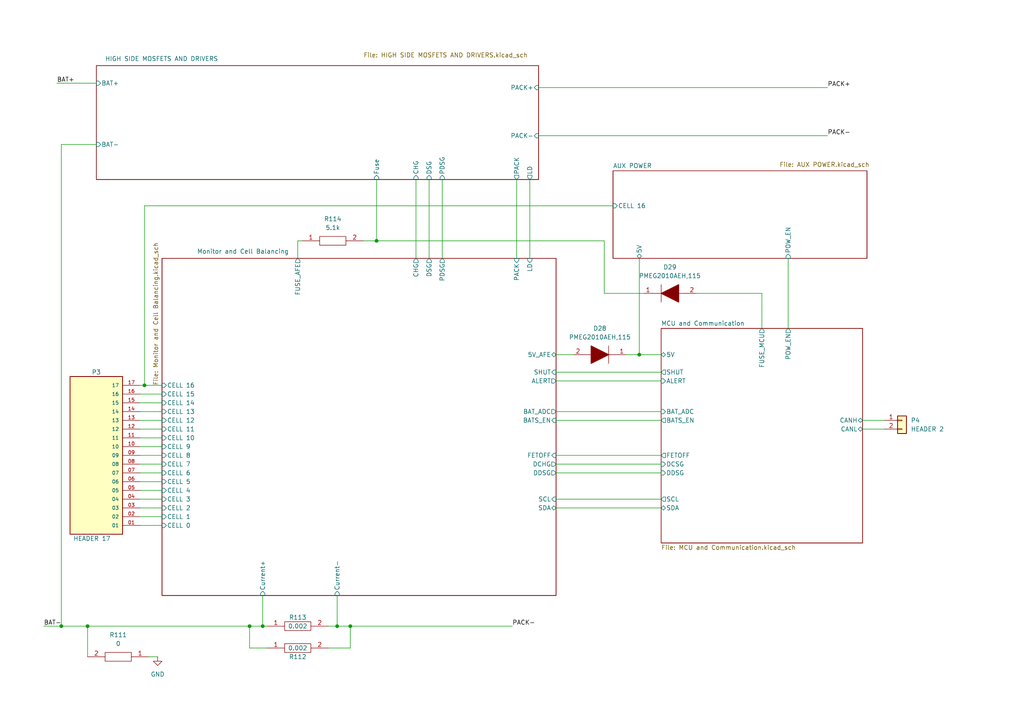
<source format=kicad_sch>
(kicad_sch (version 20211123) (generator eeschema)

  (uuid 5c23b7c0-6cb8-4bd0-a982-0d6cadd2f1f0)

  (paper "A4")

  (lib_symbols
    (symbol "CRCW06030000Z0EA:CRCW06030000Z0EA" (pin_names (offset 0.762)) (in_bom yes) (on_board yes)
      (property "Reference" "R" (id 0) (at 13.97 6.35 0)
        (effects (font (size 1.27 1.27)) (justify left))
      )
      (property "Value" "CRCW06030000Z0EA" (id 1) (at 13.97 3.81 0)
        (effects (font (size 1.27 1.27)) (justify left))
      )
      (property "Footprint" "RESC1608X50N" (id 2) (at 13.97 1.27 0)
        (effects (font (size 1.27 1.27)) (justify left) hide)
      )
      (property "Datasheet" "http://www.vishay.com/docs/20035/dcrcwe3.pdf" (id 3) (at 13.97 -1.27 0)
        (effects (font (size 1.27 1.27)) (justify left) hide)
      )
      (property "Description" "VISHAY - CRCW06030000Z0EA - RESISTOR, 0R, 0.1W, JUMPER, 0603, SMD" (id 4) (at 13.97 -3.81 0)
        (effects (font (size 1.27 1.27)) (justify left) hide)
      )
      (property "Height" "0.5" (id 5) (at 13.97 -6.35 0)
        (effects (font (size 1.27 1.27)) (justify left) hide)
      )
      (property "Manufacturer_Name" "Vishay" (id 6) (at 13.97 -8.89 0)
        (effects (font (size 1.27 1.27)) (justify left) hide)
      )
      (property "Manufacturer_Part_Number" "CRCW06030000Z0EA" (id 7) (at 13.97 -11.43 0)
        (effects (font (size 1.27 1.27)) (justify left) hide)
      )
      (property "Mouser Part Number" "71-CRCW0603-0-E3" (id 8) (at 13.97 -13.97 0)
        (effects (font (size 1.27 1.27)) (justify left) hide)
      )
      (property "Mouser Price/Stock" "https://www.mouser.co.uk/ProductDetail/Vishay-Dale/CRCW06030000Z0EA?qs=uFJqmf%2F3rbbVtxvMdbYUaQ%3D%3D" (id 9) (at 13.97 -16.51 0)
        (effects (font (size 1.27 1.27)) (justify left) hide)
      )
      (property "Arrow Part Number" "CRCW06030000Z0EA" (id 10) (at 13.97 -19.05 0)
        (effects (font (size 1.27 1.27)) (justify left) hide)
      )
      (property "Arrow Price/Stock" "https://www.arrow.com/en/products/crcw06030000z0ea/vishay" (id 11) (at 13.97 -21.59 0)
        (effects (font (size 1.27 1.27)) (justify left) hide)
      )
      (property "ki_description" "VISHAY - CRCW06030000Z0EA - RESISTOR, 0R, 0.1W, JUMPER, 0603, SMD" (id 12) (at 0 0 0)
        (effects (font (size 1.27 1.27)) hide)
      )
      (symbol "CRCW06030000Z0EA_0_0"
        (pin passive line (at 0 0 0) (length 5.08)
          (name "~" (effects (font (size 1.27 1.27))))
          (number "1" (effects (font (size 1.27 1.27))))
        )
        (pin passive line (at 17.78 0 180) (length 5.08)
          (name "~" (effects (font (size 1.27 1.27))))
          (number "2" (effects (font (size 1.27 1.27))))
        )
      )
      (symbol "CRCW06030000Z0EA_0_1"
        (polyline
          (pts
            (xy 5.08 1.27)
            (xy 12.7 1.27)
            (xy 12.7 -1.27)
            (xy 5.08 -1.27)
            (xy 5.08 1.27)
          )
          (stroke (width 0.1524) (type default) (color 0 0 0 0))
          (fill (type none))
        )
      )
    )
    (symbol "CRCW06035K10JNEA:CRCW06035K10JNEA" (pin_names (offset 0.762)) (in_bom yes) (on_board yes)
      (property "Reference" "R" (id 0) (at 13.97 6.35 0)
        (effects (font (size 1.27 1.27)) (justify left))
      )
      (property "Value" "CRCW06035K10JNEA" (id 1) (at 13.97 3.81 0)
        (effects (font (size 1.27 1.27)) (justify left))
      )
      (property "Footprint" "RESC1608X50N" (id 2) (at 13.97 1.27 0)
        (effects (font (size 1.27 1.27)) (justify left) hide)
      )
      (property "Datasheet" "http://www.vishay.com/docs/20035/dcrcwe3.pdf" (id 3) (at 13.97 -1.27 0)
        (effects (font (size 1.27 1.27)) (justify left) hide)
      )
      (property "Description" "RESISTOR, 0603 5.1K Ohms +/-5% 0.1 W" (id 4) (at 13.97 -3.81 0)
        (effects (font (size 1.27 1.27)) (justify left) hide)
      )
      (property "Height" "0.5" (id 5) (at 13.97 -6.35 0)
        (effects (font (size 1.27 1.27)) (justify left) hide)
      )
      (property "Manufacturer_Name" "Vishay" (id 6) (at 13.97 -8.89 0)
        (effects (font (size 1.27 1.27)) (justify left) hide)
      )
      (property "Manufacturer_Part_Number" "CRCW06035K10JNEA" (id 7) (at 13.97 -11.43 0)
        (effects (font (size 1.27 1.27)) (justify left) hide)
      )
      (property "Mouser Part Number" "71-CRCW0603J-5.1K-E3" (id 8) (at 13.97 -13.97 0)
        (effects (font (size 1.27 1.27)) (justify left) hide)
      )
      (property "Mouser Price/Stock" "https://www.mouser.co.uk/ProductDetail/Vishay-Dale/CRCW06035K10JNEA?qs=gf7KboYS0C5qpuoDDrMw2Q%3D%3D" (id 9) (at 13.97 -16.51 0)
        (effects (font (size 1.27 1.27)) (justify left) hide)
      )
      (property "Arrow Part Number" "CRCW06035K10JNEA" (id 10) (at 13.97 -19.05 0)
        (effects (font (size 1.27 1.27)) (justify left) hide)
      )
      (property "Arrow Price/Stock" "https://www.arrow.com/en/products/crcw06035k10jnea/vishay" (id 11) (at 13.97 -21.59 0)
        (effects (font (size 1.27 1.27)) (justify left) hide)
      )
      (property "ki_description" "RESISTOR, 0603 5.1K Ohms +/-5% 0.1 W" (id 12) (at 0 0 0)
        (effects (font (size 1.27 1.27)) hide)
      )
      (symbol "CRCW06035K10JNEA_0_0"
        (pin passive line (at 0 0 0) (length 5.08)
          (name "~" (effects (font (size 1.27 1.27))))
          (number "1" (effects (font (size 1.27 1.27))))
        )
        (pin passive line (at 17.78 0 180) (length 5.08)
          (name "~" (effects (font (size 1.27 1.27))))
          (number "2" (effects (font (size 1.27 1.27))))
        )
      )
      (symbol "CRCW06035K10JNEA_0_1"
        (polyline
          (pts
            (xy 5.08 1.27)
            (xy 12.7 1.27)
            (xy 12.7 -1.27)
            (xy 5.08 -1.27)
            (xy 5.08 1.27)
          )
          (stroke (width 0.1524) (type default) (color 0 0 0 0))
          (fill (type none))
        )
      )
    )
    (symbol "CSNL2512FT2L00:CSNL2512FT2L00" (pin_names (offset 0.762)) (in_bom yes) (on_board yes)
      (property "Reference" "R" (id 0) (at 13.97 6.35 0)
        (effects (font (size 1.27 1.27)) (justify left))
      )
      (property "Value" "CSNL2512FT2L00" (id 1) (at 13.97 3.81 0)
        (effects (font (size 1.27 1.27)) (justify left))
      )
      (property "Footprint" "RESC6432X145N" (id 2) (at 13.97 1.27 0)
        (effects (font (size 1.27 1.27)) (justify left) hide)
      )
      (property "Datasheet" "https://www.seielect.com/catalog/sei-csnl.pdf" (id 3) (at 13.97 -1.27 0)
        (effects (font (size 1.27 1.27)) (justify left) hide)
      )
      (property "Description" "RES SHUNT, 2512, 0.002 ohm, 1%, 2W" (id 4) (at 13.97 -3.81 0)
        (effects (font (size 1.27 1.27)) (justify left) hide)
      )
      (property "Height" "1.45" (id 5) (at 13.97 -6.35 0)
        (effects (font (size 1.27 1.27)) (justify left) hide)
      )
      (property "Manufacturer_Name" "Stackpole Electronics Inc." (id 6) (at 13.97 -8.89 0)
        (effects (font (size 1.27 1.27)) (justify left) hide)
      )
      (property "Manufacturer_Part_Number" "CSNL2512FT2L00" (id 7) (at 13.97 -11.43 0)
        (effects (font (size 1.27 1.27)) (justify left) hide)
      )
      (property "Mouser Part Number" "" (id 8) (at 13.97 -13.97 0)
        (effects (font (size 1.27 1.27)) (justify left) hide)
      )
      (property "Mouser Price/Stock" "" (id 9) (at 13.97 -16.51 0)
        (effects (font (size 1.27 1.27)) (justify left) hide)
      )
      (property "Arrow Part Number" "CSNL2512FT2L00" (id 10) (at 13.97 -19.05 0)
        (effects (font (size 1.27 1.27)) (justify left) hide)
      )
      (property "Arrow Price/Stock" "https://www.arrow.com/en/products/csnl2512ft2l00/stackpole-electronics?region=nac" (id 11) (at 13.97 -21.59 0)
        (effects (font (size 1.27 1.27)) (justify left) hide)
      )
      (property "ki_description" "RES SHUNT, 2512, 0.002 ohm, 1%, 2W" (id 12) (at 0 0 0)
        (effects (font (size 1.27 1.27)) hide)
      )
      (symbol "CSNL2512FT2L00_0_0"
        (pin passive line (at 0 0 0) (length 5.08)
          (name "~" (effects (font (size 1.27 1.27))))
          (number "1" (effects (font (size 1.27 1.27))))
        )
        (pin passive line (at 17.78 0 180) (length 5.08)
          (name "~" (effects (font (size 1.27 1.27))))
          (number "2" (effects (font (size 1.27 1.27))))
        )
      )
      (symbol "CSNL2512FT2L00_0_1"
        (polyline
          (pts
            (xy 5.08 1.27)
            (xy 12.7 1.27)
            (xy 12.7 -1.27)
            (xy 5.08 -1.27)
            (xy 5.08 1.27)
          )
          (stroke (width 0.1524) (type default) (color 0 0 0 0))
          (fill (type none))
        )
      )
    )
    (symbol "Connector_Generic:Conn_01x02" (pin_names (offset 1.016) hide) (in_bom yes) (on_board yes)
      (property "Reference" "J" (id 0) (at 0 2.54 0)
        (effects (font (size 1.27 1.27)))
      )
      (property "Value" "Conn_01x02" (id 1) (at 0 -5.08 0)
        (effects (font (size 1.27 1.27)))
      )
      (property "Footprint" "" (id 2) (at 0 0 0)
        (effects (font (size 1.27 1.27)) hide)
      )
      (property "Datasheet" "~" (id 3) (at 0 0 0)
        (effects (font (size 1.27 1.27)) hide)
      )
      (property "ki_keywords" "connector" (id 4) (at 0 0 0)
        (effects (font (size 1.27 1.27)) hide)
      )
      (property "ki_description" "Generic connector, single row, 01x02, script generated (kicad-library-utils/schlib/autogen/connector/)" (id 5) (at 0 0 0)
        (effects (font (size 1.27 1.27)) hide)
      )
      (property "ki_fp_filters" "Connector*:*_1x??_*" (id 6) (at 0 0 0)
        (effects (font (size 1.27 1.27)) hide)
      )
      (symbol "Conn_01x02_1_1"
        (rectangle (start -1.27 -2.413) (end 0 -2.667)
          (stroke (width 0.1524) (type default) (color 0 0 0 0))
          (fill (type none))
        )
        (rectangle (start -1.27 0.127) (end 0 -0.127)
          (stroke (width 0.1524) (type default) (color 0 0 0 0))
          (fill (type none))
        )
        (rectangle (start -1.27 1.27) (end 1.27 -3.81)
          (stroke (width 0.254) (type default) (color 0 0 0 0))
          (fill (type background))
        )
        (pin passive line (at -5.08 0 0) (length 3.81)
          (name "Pin_1" (effects (font (size 1.27 1.27))))
          (number "1" (effects (font (size 1.27 1.27))))
        )
        (pin passive line (at -5.08 -2.54 0) (length 3.81)
          (name "Pin_2" (effects (font (size 1.27 1.27))))
          (number "2" (effects (font (size 1.27 1.27))))
        )
      )
    )
    (symbol "DW-17-14-F-S-1110:DW-17-14-F-S-1110" (pin_names (offset 1.016)) (in_bom yes) (on_board yes)
      (property "Reference" "J" (id 0) (at -8.128 22.86 0)
        (effects (font (size 1.27 1.27)) (justify left bottom))
      )
      (property "Value" "DW-17-14-F-S-1110" (id 1) (at -7.62 -25.4 0)
        (effects (font (size 1.27 1.27)) (justify left bottom))
      )
      (property "Footprint" "SAMTEC_DW-17-14-F-S-1110" (id 2) (at 0 0 0)
        (effects (font (size 1.27 1.27)) (justify left bottom) hide)
      )
      (property "Datasheet" "" (id 3) (at 0 0 0)
        (effects (font (size 1.27 1.27)) (justify left bottom) hide)
      )
      (property "MANUFACTURER" "Samtec" (id 4) (at 0 0 0)
        (effects (font (size 1.27 1.27)) (justify left bottom) hide)
      )
      (property "PARTREV" "R" (id 5) (at 0 0 0)
        (effects (font (size 1.27 1.27)) (justify left bottom) hide)
      )
      (property "STANDARD" "Manufacturer Recommendations" (id 6) (at 0 0 0)
        (effects (font (size 1.27 1.27)) (justify left bottom) hide)
      )
      (property "ki_locked" "" (id 7) (at 0 0 0)
        (effects (font (size 1.27 1.27)))
      )
      (symbol "DW-17-14-F-S-1110_0_0"
        (rectangle (start -7.62 -22.86) (end 7.62 22.86)
          (stroke (width 0.254) (type default) (color 0 0 0 0))
          (fill (type background))
        )
        (pin passive line (at -12.7 20.32 0) (length 5.08)
          (name "01" (effects (font (size 1.016 1.016))))
          (number "01" (effects (font (size 1.016 1.016))))
        )
        (pin passive line (at -12.7 17.78 0) (length 5.08)
          (name "02" (effects (font (size 1.016 1.016))))
          (number "02" (effects (font (size 1.016 1.016))))
        )
        (pin passive line (at -12.7 15.24 0) (length 5.08)
          (name "03" (effects (font (size 1.016 1.016))))
          (number "03" (effects (font (size 1.016 1.016))))
        )
        (pin passive line (at -12.7 12.7 0) (length 5.08)
          (name "04" (effects (font (size 1.016 1.016))))
          (number "04" (effects (font (size 1.016 1.016))))
        )
        (pin passive line (at -12.7 10.16 0) (length 5.08)
          (name "05" (effects (font (size 1.016 1.016))))
          (number "05" (effects (font (size 1.016 1.016))))
        )
        (pin passive line (at -12.7 7.62 0) (length 5.08)
          (name "06" (effects (font (size 1.016 1.016))))
          (number "06" (effects (font (size 1.016 1.016))))
        )
        (pin passive line (at -12.7 5.08 0) (length 5.08)
          (name "07" (effects (font (size 1.016 1.016))))
          (number "07" (effects (font (size 1.016 1.016))))
        )
        (pin passive line (at -12.7 2.54 0) (length 5.08)
          (name "08" (effects (font (size 1.016 1.016))))
          (number "08" (effects (font (size 1.016 1.016))))
        )
        (pin passive line (at -12.7 0 0) (length 5.08)
          (name "09" (effects (font (size 1.016 1.016))))
          (number "09" (effects (font (size 1.016 1.016))))
        )
        (pin passive line (at -12.7 -2.54 0) (length 5.08)
          (name "10" (effects (font (size 1.016 1.016))))
          (number "10" (effects (font (size 1.016 1.016))))
        )
        (pin passive line (at -12.7 -5.08 0) (length 5.08)
          (name "11" (effects (font (size 1.016 1.016))))
          (number "11" (effects (font (size 1.016 1.016))))
        )
        (pin passive line (at -12.7 -7.62 0) (length 5.08)
          (name "12" (effects (font (size 1.016 1.016))))
          (number "12" (effects (font (size 1.016 1.016))))
        )
        (pin passive line (at -12.7 -10.16 0) (length 5.08)
          (name "13" (effects (font (size 1.016 1.016))))
          (number "13" (effects (font (size 1.016 1.016))))
        )
        (pin passive line (at -12.7 -12.7 0) (length 5.08)
          (name "14" (effects (font (size 1.016 1.016))))
          (number "14" (effects (font (size 1.016 1.016))))
        )
        (pin passive line (at -12.7 -15.24 0) (length 5.08)
          (name "15" (effects (font (size 1.016 1.016))))
          (number "15" (effects (font (size 1.016 1.016))))
        )
        (pin passive line (at -12.7 -17.78 0) (length 5.08)
          (name "16" (effects (font (size 1.016 1.016))))
          (number "16" (effects (font (size 1.016 1.016))))
        )
        (pin passive line (at -12.7 -20.32 0) (length 5.08)
          (name "17" (effects (font (size 1.016 1.016))))
          (number "17" (effects (font (size 1.016 1.016))))
        )
      )
    )
    (symbol "PMEG2010AEH_115:PMEG2010AEH,115" (pin_names (offset 0.762)) (in_bom yes) (on_board yes)
      (property "Reference" "D" (id 0) (at 11.43 5.08 0)
        (effects (font (size 1.27 1.27)) (justify left))
      )
      (property "Value" "PMEG2010AEH,115" (id 1) (at 11.43 2.54 0)
        (effects (font (size 1.27 1.27)) (justify left))
      )
      (property "Footprint" "SODFL3516X120N" (id 2) (at 11.43 0 0)
        (effects (font (size 1.27 1.27)) (justify left) hide)
      )
      (property "Datasheet" "https://datasheet.datasheetarchive.com/originals/distributors/Datasheets_SAMA/47b425e3683faed084169ff0bd4fe80a.pdf" (id 3) (at 11.43 -2.54 0)
        (effects (font (size 1.27 1.27)) (justify left) hide)
      )
      (property "Description" "Schottky Diodes & Rectifiers SCHOTTKY 20V 1A" (id 4) (at 11.43 -5.08 0)
        (effects (font (size 1.27 1.27)) (justify left) hide)
      )
      (property "Height" "1.2" (id 5) (at 11.43 -7.62 0)
        (effects (font (size 1.27 1.27)) (justify left) hide)
      )
      (property "Manufacturer_Name" "Nexperia" (id 6) (at 11.43 -10.16 0)
        (effects (font (size 1.27 1.27)) (justify left) hide)
      )
      (property "Manufacturer_Part_Number" "PMEG2010AEH,115" (id 7) (at 11.43 -12.7 0)
        (effects (font (size 1.27 1.27)) (justify left) hide)
      )
      (property "Mouser Part Number" "771-PMEG2010AEH-T/R" (id 8) (at 11.43 -15.24 0)
        (effects (font (size 1.27 1.27)) (justify left) hide)
      )
      (property "Mouser Price/Stock" "https://www.mouser.co.uk/ProductDetail/Nexperia/PMEG2010AEH115?qs=LOCUfHb8d9u7lcjEnyhX1g%3D%3D" (id 9) (at 11.43 -17.78 0)
        (effects (font (size 1.27 1.27)) (justify left) hide)
      )
      (property "Arrow Part Number" "PMEG2010AEH,115" (id 10) (at 11.43 -20.32 0)
        (effects (font (size 1.27 1.27)) (justify left) hide)
      )
      (property "Arrow Price/Stock" "https://www.arrow.com/en/products/pmeg2010aeh115/nexperia?region=nac" (id 11) (at 11.43 -22.86 0)
        (effects (font (size 1.27 1.27)) (justify left) hide)
      )
      (property "ki_description" "Schottky Diodes & Rectifiers SCHOTTKY 20V 1A" (id 12) (at 0 0 0)
        (effects (font (size 1.27 1.27)) hide)
      )
      (symbol "PMEG2010AEH,115_0_0"
        (pin passive line (at 0 0 0) (length 2.54)
          (name "~" (effects (font (size 1.27 1.27))))
          (number "1" (effects (font (size 1.27 1.27))))
        )
        (pin passive line (at 15.24 0 180) (length 2.54)
          (name "~" (effects (font (size 1.27 1.27))))
          (number "2" (effects (font (size 1.27 1.27))))
        )
      )
      (symbol "PMEG2010AEH,115_0_1"
        (polyline
          (pts
            (xy 2.54 0)
            (xy 5.08 0)
          )
          (stroke (width 0.1524) (type default) (color 0 0 0 0))
          (fill (type none))
        )
        (polyline
          (pts
            (xy 5.08 2.54)
            (xy 5.08 -2.54)
          )
          (stroke (width 0.1524) (type default) (color 0 0 0 0))
          (fill (type none))
        )
        (polyline
          (pts
            (xy 10.16 0)
            (xy 12.7 0)
          )
          (stroke (width 0.1524) (type default) (color 0 0 0 0))
          (fill (type none))
        )
        (polyline
          (pts
            (xy 5.08 0)
            (xy 10.16 2.54)
            (xy 10.16 -2.54)
            (xy 5.08 0)
          )
          (stroke (width 0.254) (type default) (color 0 0 0 0))
          (fill (type outline))
        )
      )
    )
    (symbol "power:GND" (power) (pin_names (offset 0)) (in_bom yes) (on_board yes)
      (property "Reference" "#PWR" (id 0) (at 0 -6.35 0)
        (effects (font (size 1.27 1.27)) hide)
      )
      (property "Value" "GND" (id 1) (at 0 -3.81 0)
        (effects (font (size 1.27 1.27)))
      )
      (property "Footprint" "" (id 2) (at 0 0 0)
        (effects (font (size 1.27 1.27)) hide)
      )
      (property "Datasheet" "" (id 3) (at 0 0 0)
        (effects (font (size 1.27 1.27)) hide)
      )
      (property "ki_keywords" "power-flag" (id 4) (at 0 0 0)
        (effects (font (size 1.27 1.27)) hide)
      )
      (property "ki_description" "Power symbol creates a global label with name \"GND\" , ground" (id 5) (at 0 0 0)
        (effects (font (size 1.27 1.27)) hide)
      )
      (symbol "GND_0_1"
        (polyline
          (pts
            (xy 0 0)
            (xy 0 -1.27)
            (xy 1.27 -1.27)
            (xy 0 -2.54)
            (xy -1.27 -1.27)
            (xy 0 -1.27)
          )
          (stroke (width 0) (type default) (color 0 0 0 0))
          (fill (type none))
        )
      )
      (symbol "GND_1_1"
        (pin power_in line (at 0 0 270) (length 0) hide
          (name "GND" (effects (font (size 1.27 1.27))))
          (number "1" (effects (font (size 1.27 1.27))))
        )
      )
    )
  )

  (junction (at 101.6 181.61) (diameter 0) (color 0 0 0 0)
    (uuid 14d15dfa-12df-4f5a-a4fd-9795469c7aed)
  )
  (junction (at 41.91 111.76) (diameter 0) (color 0 0 0 0)
    (uuid 2681cda8-86d2-4fed-a224-8798b3aa3655)
  )
  (junction (at 109.22 69.85) (diameter 0) (color 0 0 0 0)
    (uuid 2f58da4c-3ed5-4e68-93e8-51530cb4d5cb)
  )
  (junction (at 76.2 181.61) (diameter 0) (color 0 0 0 0)
    (uuid 68d770e2-d94c-453b-bbe7-c2ecabf82e52)
  )
  (junction (at 25.4 181.61) (diameter 0) (color 0 0 0 0)
    (uuid 7ba10ed7-0c75-4773-a21e-e76f106030a7)
  )
  (junction (at 72.39 181.61) (diameter 0) (color 0 0 0 0)
    (uuid 85186381-6f83-4251-8286-fb76d52185d3)
  )
  (junction (at 97.79 181.61) (diameter 0) (color 0 0 0 0)
    (uuid 9140ca9f-87e3-413e-9d81-97ff2eedb040)
  )
  (junction (at 17.78 181.61) (diameter 0) (color 0 0 0 0)
    (uuid e61ae80c-adbe-4044-aaa0-3846545c26c6)
  )
  (junction (at 185.42 102.87) (diameter 0) (color 0 0 0 0)
    (uuid fab592fe-6c60-429b-89c6-3be8c15f0c4e)
  )

  (wire (pts (xy 161.29 102.87) (xy 166.37 102.87))
    (stroke (width 0) (type default) (color 0 0 0 0))
    (uuid 06479be9-cd52-434d-b5b7-1a2dcf3f3c69)
  )
  (wire (pts (xy 40.64 132.08) (xy 46.99 132.08))
    (stroke (width 0) (type default) (color 0 0 0 0))
    (uuid 12a5b531-b800-4495-95ef-0a44969bd96f)
  )
  (wire (pts (xy 161.29 107.95) (xy 191.77 107.95))
    (stroke (width 0) (type default) (color 0 0 0 0))
    (uuid 15335fa9-48a3-493d-8e5a-b383775629c6)
  )
  (wire (pts (xy 161.29 121.92) (xy 191.77 121.92))
    (stroke (width 0) (type default) (color 0 0 0 0))
    (uuid 19739753-1930-48a4-b881-7e2558004311)
  )
  (wire (pts (xy 41.91 111.76) (xy 46.99 111.76))
    (stroke (width 0) (type default) (color 0 0 0 0))
    (uuid 1f0daf8d-f245-4568-b091-73d8aa5d7556)
  )
  (wire (pts (xy 220.98 95.25) (xy 220.98 85.09))
    (stroke (width 0) (type default) (color 0 0 0 0))
    (uuid 200fbea8-7bc1-41ee-a281-ff045a805c06)
  )
  (wire (pts (xy 186.69 85.09) (xy 175.26 85.09))
    (stroke (width 0) (type default) (color 0 0 0 0))
    (uuid 2ddc9a40-bce4-4c08-8424-bf23dfe27297)
  )
  (wire (pts (xy 76.2 181.61) (xy 77.47 181.61))
    (stroke (width 0) (type default) (color 0 0 0 0))
    (uuid 2ddfb630-a468-4aae-89ff-a269f065d36e)
  )
  (wire (pts (xy 43.18 190.5) (xy 45.72 190.5))
    (stroke (width 0) (type default) (color 0 0 0 0))
    (uuid 30590c80-36ba-4409-a1cf-8692f5d8af1c)
  )
  (wire (pts (xy 40.64 144.78) (xy 46.99 144.78))
    (stroke (width 0) (type default) (color 0 0 0 0))
    (uuid 36fdb37f-aade-4392-a667-7e730b534bb4)
  )
  (wire (pts (xy 228.6 74.93) (xy 228.6 95.25))
    (stroke (width 0) (type default) (color 0 0 0 0))
    (uuid 38f8388a-2a04-4cd7-9c61-498c98afb719)
  )
  (wire (pts (xy 120.65 52.07) (xy 120.65 74.93))
    (stroke (width 0) (type default) (color 0 0 0 0))
    (uuid 3ab369c2-846d-4c6c-ad75-d7cc46512619)
  )
  (wire (pts (xy 40.64 149.86) (xy 46.99 149.86))
    (stroke (width 0) (type default) (color 0 0 0 0))
    (uuid 3d1099e2-9ead-44f5-956e-8e55c13a11c3)
  )
  (wire (pts (xy 40.64 119.38) (xy 46.99 119.38))
    (stroke (width 0) (type default) (color 0 0 0 0))
    (uuid 3d9591b0-1fbf-4633-bf81-bdcf7a83072e)
  )
  (wire (pts (xy 161.29 134.62) (xy 191.77 134.62))
    (stroke (width 0) (type default) (color 0 0 0 0))
    (uuid 475323b7-62f0-4041-b5f7-90c6f7b890a0)
  )
  (wire (pts (xy 101.6 187.96) (xy 101.6 181.61))
    (stroke (width 0) (type default) (color 0 0 0 0))
    (uuid 4aca8404-be9a-4e0e-b225-63b9f92551e7)
  )
  (wire (pts (xy 40.64 134.62) (xy 46.99 134.62))
    (stroke (width 0) (type default) (color 0 0 0 0))
    (uuid 4dd7e73e-4980-4dc5-9663-609945e6960a)
  )
  (wire (pts (xy 40.64 121.92) (xy 46.99 121.92))
    (stroke (width 0) (type default) (color 0 0 0 0))
    (uuid 4e038454-5771-40a3-b424-81aede393000)
  )
  (wire (pts (xy 161.29 147.32) (xy 191.77 147.32))
    (stroke (width 0) (type default) (color 0 0 0 0))
    (uuid 4f27105b-bb5d-4362-b3c1-0dfdb8d245bd)
  )
  (wire (pts (xy 156.21 25.4) (xy 240.03 25.4))
    (stroke (width 0) (type default) (color 0 0 0 0))
    (uuid 501fe2d5-3954-44bf-98ba-a2d92d90d923)
  )
  (wire (pts (xy 101.6 181.61) (xy 148.59 181.61))
    (stroke (width 0) (type default) (color 0 0 0 0))
    (uuid 521afc0d-fa3e-4247-b471-bb7c576beb8b)
  )
  (wire (pts (xy 109.22 69.85) (xy 175.26 69.85))
    (stroke (width 0) (type default) (color 0 0 0 0))
    (uuid 57a60bf4-fe3a-4028-af70-3ba4df223a8e)
  )
  (wire (pts (xy 12.7 181.61) (xy 17.78 181.61))
    (stroke (width 0) (type default) (color 0 0 0 0))
    (uuid 5b648aca-f1b4-42bc-a2d4-c8e2ecf128e9)
  )
  (wire (pts (xy 16.51 24.13) (xy 27.94 24.13))
    (stroke (width 0) (type default) (color 0 0 0 0))
    (uuid 61ea8d37-6ceb-4d22-a3b5-60fb995edb70)
  )
  (wire (pts (xy 149.86 52.07) (xy 149.86 74.93))
    (stroke (width 0) (type default) (color 0 0 0 0))
    (uuid 62435fb8-b38e-49e0-ae87-4782fb6c6843)
  )
  (wire (pts (xy 40.64 116.84) (xy 46.99 116.84))
    (stroke (width 0) (type default) (color 0 0 0 0))
    (uuid 65884980-e2bb-4529-b47f-1b4ca7a6f4ce)
  )
  (wire (pts (xy 161.29 110.49) (xy 191.77 110.49))
    (stroke (width 0) (type default) (color 0 0 0 0))
    (uuid 6a31eded-1870-420d-a83e-4f14a17be790)
  )
  (wire (pts (xy 17.78 181.61) (xy 25.4 181.61))
    (stroke (width 0) (type default) (color 0 0 0 0))
    (uuid 704ec38a-b8b1-448d-a786-2bb2ad650e4a)
  )
  (wire (pts (xy 156.21 39.37) (xy 240.03 39.37))
    (stroke (width 0) (type default) (color 0 0 0 0))
    (uuid 71707836-5cde-4965-9526-2d7f96270fc4)
  )
  (wire (pts (xy 95.25 181.61) (xy 97.79 181.61))
    (stroke (width 0) (type default) (color 0 0 0 0))
    (uuid 75eb6e68-4f65-4a5b-90d1-47b6b5b32c11)
  )
  (wire (pts (xy 41.91 59.69) (xy 177.8 59.69))
    (stroke (width 0) (type default) (color 0 0 0 0))
    (uuid 778638ac-3599-4a5d-91f8-0b534f1a46b1)
  )
  (wire (pts (xy 27.94 41.91) (xy 17.78 41.91))
    (stroke (width 0) (type default) (color 0 0 0 0))
    (uuid 7bf55104-c46a-4383-b7cb-2228b5fa9499)
  )
  (wire (pts (xy 161.29 132.08) (xy 191.77 132.08))
    (stroke (width 0) (type default) (color 0 0 0 0))
    (uuid 7e0b38b7-9ff7-4ece-9b7e-0a21c87db94e)
  )
  (wire (pts (xy 250.19 121.92) (xy 256.54 121.92))
    (stroke (width 0) (type default) (color 0 0 0 0))
    (uuid 7fa13f6e-7c68-4c35-9fee-877ba224277b)
  )
  (wire (pts (xy 40.64 129.54) (xy 46.99 129.54))
    (stroke (width 0) (type default) (color 0 0 0 0))
    (uuid 80079696-5b44-465f-9829-28f59e3f8a4f)
  )
  (wire (pts (xy 72.39 187.96) (xy 72.39 181.61))
    (stroke (width 0) (type default) (color 0 0 0 0))
    (uuid 81d5d7c3-2e42-44e5-9a2b-0ea82c44565b)
  )
  (wire (pts (xy 17.78 41.91) (xy 17.78 181.61))
    (stroke (width 0) (type default) (color 0 0 0 0))
    (uuid 8298dff9-cd88-4356-a497-d56d3cf05e23)
  )
  (wire (pts (xy 25.4 181.61) (xy 25.4 190.5))
    (stroke (width 0) (type default) (color 0 0 0 0))
    (uuid 835ae751-9b43-4e06-9e1a-c3975d0c7ae3)
  )
  (wire (pts (xy 40.64 147.32) (xy 46.99 147.32))
    (stroke (width 0) (type default) (color 0 0 0 0))
    (uuid 84a106ad-a767-43f5-9145-08031de9e1e0)
  )
  (wire (pts (xy 76.2 172.72) (xy 76.2 181.61))
    (stroke (width 0) (type default) (color 0 0 0 0))
    (uuid 8888d0da-c701-4637-8af7-510ca91260bd)
  )
  (wire (pts (xy 25.4 181.61) (xy 72.39 181.61))
    (stroke (width 0) (type default) (color 0 0 0 0))
    (uuid 8b57c22d-cb75-436e-9790-ca2619322ed6)
  )
  (wire (pts (xy 250.19 124.46) (xy 256.54 124.46))
    (stroke (width 0) (type default) (color 0 0 0 0))
    (uuid 8c7e1120-e4de-4847-a88e-894dcc7658fc)
  )
  (wire (pts (xy 161.29 119.38) (xy 191.77 119.38))
    (stroke (width 0) (type default) (color 0 0 0 0))
    (uuid 8da63ad5-0fe1-432e-a4df-040b968b95c6)
  )
  (wire (pts (xy 201.93 85.09) (xy 220.98 85.09))
    (stroke (width 0) (type default) (color 0 0 0 0))
    (uuid 9837a3e4-3b37-4b67-b3c7-a78992146506)
  )
  (wire (pts (xy 40.64 114.3) (xy 46.99 114.3))
    (stroke (width 0) (type default) (color 0 0 0 0))
    (uuid a08154ad-e121-4f7f-ae0d-d83d8d4fad3d)
  )
  (wire (pts (xy 87.63 69.85) (xy 86.36 69.85))
    (stroke (width 0) (type default) (color 0 0 0 0))
    (uuid a2433744-b552-4a48-9612-4eac152cfce2)
  )
  (wire (pts (xy 181.61 102.87) (xy 185.42 102.87))
    (stroke (width 0) (type default) (color 0 0 0 0))
    (uuid a2b376b4-a653-46a4-8d6d-97b7159ec88a)
  )
  (wire (pts (xy 97.79 172.72) (xy 97.79 181.61))
    (stroke (width 0) (type default) (color 0 0 0 0))
    (uuid a68a9bfc-6466-4605-a39f-0e0f84978a8b)
  )
  (wire (pts (xy 41.91 111.76) (xy 41.91 59.69))
    (stroke (width 0) (type default) (color 0 0 0 0))
    (uuid a7d4260d-1ec4-424a-a576-8cd3206a2366)
  )
  (wire (pts (xy 109.22 52.07) (xy 109.22 69.85))
    (stroke (width 0) (type default) (color 0 0 0 0))
    (uuid af35b372-0a70-4c03-a4cb-67a8590c4733)
  )
  (wire (pts (xy 40.64 142.24) (xy 46.99 142.24))
    (stroke (width 0) (type default) (color 0 0 0 0))
    (uuid b00c28a5-dd75-47f6-b546-349037c72c22)
  )
  (wire (pts (xy 72.39 181.61) (xy 76.2 181.61))
    (stroke (width 0) (type default) (color 0 0 0 0))
    (uuid b242773f-79d7-458a-b58f-f6ef38f36d7b)
  )
  (wire (pts (xy 128.27 52.07) (xy 128.27 74.93))
    (stroke (width 0) (type default) (color 0 0 0 0))
    (uuid c5564953-67f9-42af-b926-ae1dcf5f318c)
  )
  (wire (pts (xy 185.42 102.87) (xy 191.77 102.87))
    (stroke (width 0) (type default) (color 0 0 0 0))
    (uuid cc88017c-b6e0-490c-89c4-260d7ce8fcc6)
  )
  (wire (pts (xy 86.36 69.85) (xy 86.36 74.93))
    (stroke (width 0) (type default) (color 0 0 0 0))
    (uuid d05fa10f-f689-4882-bfc3-efe41a87231f)
  )
  (wire (pts (xy 77.47 187.96) (xy 72.39 187.96))
    (stroke (width 0) (type default) (color 0 0 0 0))
    (uuid d1e5f4f7-7d0f-402f-89d3-f00696d8de45)
  )
  (wire (pts (xy 153.67 52.07) (xy 153.67 74.93))
    (stroke (width 0) (type default) (color 0 0 0 0))
    (uuid d2852e4b-5e27-4263-87fb-1b0385a70dfb)
  )
  (wire (pts (xy 161.29 137.16) (xy 191.77 137.16))
    (stroke (width 0) (type default) (color 0 0 0 0))
    (uuid d362a571-dbdf-4fa4-a316-43965fcabbd8)
  )
  (wire (pts (xy 105.41 69.85) (xy 109.22 69.85))
    (stroke (width 0) (type default) (color 0 0 0 0))
    (uuid d5ef29db-d059-4ef7-9372-ee25f4373546)
  )
  (wire (pts (xy 40.64 127) (xy 46.99 127))
    (stroke (width 0) (type default) (color 0 0 0 0))
    (uuid d9043610-c152-4195-8176-f72465faf2f8)
  )
  (wire (pts (xy 161.29 144.78) (xy 191.77 144.78))
    (stroke (width 0) (type default) (color 0 0 0 0))
    (uuid dacbadc7-b7b7-4820-ae1e-390b08b9dcd0)
  )
  (wire (pts (xy 97.79 181.61) (xy 101.6 181.61))
    (stroke (width 0) (type default) (color 0 0 0 0))
    (uuid db3eb57a-f0cc-4100-acfd-03c6c2d80016)
  )
  (wire (pts (xy 175.26 85.09) (xy 175.26 69.85))
    (stroke (width 0) (type default) (color 0 0 0 0))
    (uuid de235d47-e300-46ed-8faf-ace0aa1f8ced)
  )
  (wire (pts (xy 95.25 187.96) (xy 101.6 187.96))
    (stroke (width 0) (type default) (color 0 0 0 0))
    (uuid e14970c3-50cf-4e93-a028-440b1648fe80)
  )
  (wire (pts (xy 40.64 139.7) (xy 46.99 139.7))
    (stroke (width 0) (type default) (color 0 0 0 0))
    (uuid e362b014-8d04-477b-b1f6-158f9d25ab8f)
  )
  (wire (pts (xy 124.46 52.07) (xy 124.46 74.93))
    (stroke (width 0) (type default) (color 0 0 0 0))
    (uuid e46c8d6f-a28b-4ebe-bca4-42d35cddd998)
  )
  (wire (pts (xy 40.64 152.4) (xy 46.99 152.4))
    (stroke (width 0) (type default) (color 0 0 0 0))
    (uuid e9d08b9e-8ec6-4817-ab16-6379619b1f2f)
  )
  (wire (pts (xy 40.64 111.76) (xy 41.91 111.76))
    (stroke (width 0) (type default) (color 0 0 0 0))
    (uuid f429d857-f049-456e-8d24-2141ad284d02)
  )
  (wire (pts (xy 40.64 124.46) (xy 46.99 124.46))
    (stroke (width 0) (type default) (color 0 0 0 0))
    (uuid f5bad338-ecba-4d00-ab4d-7b9607a26795)
  )
  (wire (pts (xy 40.64 137.16) (xy 46.99 137.16))
    (stroke (width 0) (type default) (color 0 0 0 0))
    (uuid f75e7ab5-b3d8-4230-8855-848e80fd9e2b)
  )
  (wire (pts (xy 185.42 74.93) (xy 185.42 102.87))
    (stroke (width 0) (type default) (color 0 0 0 0))
    (uuid fc07276d-4a2d-4d1c-af4e-24eda2f5877b)
  )

  (label "BAT+" (at 16.51 24.13 0)
    (effects (font (size 1.27 1.27)) (justify left bottom))
    (uuid 27bf2887-5535-42f5-902c-9897ac27f2f4)
  )
  (label "PACK-" (at 148.59 181.61 0)
    (effects (font (size 1.27 1.27)) (justify left bottom))
    (uuid 3973267d-2df1-4ab0-92c3-4231435e4d8c)
  )
  (label "PACK+" (at 240.03 25.4 0)
    (effects (font (size 1.27 1.27)) (justify left bottom))
    (uuid 3b3067ac-34f4-4e8c-b6e6-b0f97bb7aacf)
  )
  (label "PACK-" (at 240.03 39.37 0)
    (effects (font (size 1.27 1.27)) (justify left bottom))
    (uuid 45cf2bee-bcd4-40a9-aa16-9c07cdf4b893)
  )
  (label "BAT-" (at 12.7 181.61 0)
    (effects (font (size 1.27 1.27)) (justify left bottom))
    (uuid 79e2a5ba-46c2-4418-9bd9-fea5a516e9dd)
  )

  (symbol (lib_id "Connector_Generic:Conn_01x02") (at 261.62 121.92 0) (unit 1)
    (in_bom yes) (on_board yes) (fields_autoplaced)
    (uuid 011d287f-3da6-4ca6-8d0f-ea463f990c0f)
    (property "Reference" "P4" (id 0) (at 264.16 121.9199 0)
      (effects (font (size 1.27 1.27)) (justify left))
    )
    (property "Value" "HEADER 2" (id 1) (at 264.16 124.4599 0)
      (effects (font (size 1.27 1.27)) (justify left))
    )
    (property "Footprint" "Connector_PinHeader_2.54mm:PinHeader_1x02_P2.54mm_Horizontal" (id 2) (at 261.62 121.92 0)
      (effects (font (size 1.27 1.27)) hide)
    )
    (property "Datasheet" "~" (id 3) (at 261.62 121.92 0)
      (effects (font (size 1.27 1.27)) hide)
    )
    (pin "1" (uuid c03a3453-de92-47f8-a325-c1545e2135c7))
    (pin "2" (uuid 3dfa80b0-3cd5-4143-b0be-6c049ec404d8))
  )

  (symbol (lib_id "PMEG2010AEH_115:PMEG2010AEH,115") (at 186.69 85.09 0) (unit 1)
    (in_bom yes) (on_board yes) (fields_autoplaced)
    (uuid 20c68342-1f9c-4d39-a21d-ebec2642d0f8)
    (property "Reference" "D29" (id 0) (at 194.31 77.47 0))
    (property "Value" "PMEG2010AEH,115" (id 1) (at 194.31 80.01 0))
    (property "Footprint" "Diode_SMD:D_SOD-123F" (id 2) (at 198.12 85.09 0)
      (effects (font (size 1.27 1.27)) (justify left) hide)
    )
    (property "Datasheet" "https://datasheet.datasheetarchive.com/originals/distributors/Datasheets_SAMA/47b425e3683faed084169ff0bd4fe80a.pdf" (id 3) (at 198.12 87.63 0)
      (effects (font (size 1.27 1.27)) (justify left) hide)
    )
    (property "Description" "Schottky Diodes & Rectifiers SCHOTTKY 20V 1A" (id 4) (at 198.12 90.17 0)
      (effects (font (size 1.27 1.27)) (justify left) hide)
    )
    (property "Height" "1.2" (id 5) (at 198.12 92.71 0)
      (effects (font (size 1.27 1.27)) (justify left) hide)
    )
    (property "Manufacturer_Name" "Nexperia" (id 6) (at 198.12 95.25 0)
      (effects (font (size 1.27 1.27)) (justify left) hide)
    )
    (property "Manufacturer_Part_Number" "PMEG2010AEH,115" (id 7) (at 198.12 97.79 0)
      (effects (font (size 1.27 1.27)) (justify left) hide)
    )
    (property "Mouser Part Number" "771-PMEG2010AEH-T/R" (id 8) (at 198.12 100.33 0)
      (effects (font (size 1.27 1.27)) (justify left) hide)
    )
    (property "Mouser Price/Stock" "https://www.mouser.co.uk/ProductDetail/Nexperia/PMEG2010AEH115?qs=LOCUfHb8d9u7lcjEnyhX1g%3D%3D" (id 9) (at 198.12 102.87 0)
      (effects (font (size 1.27 1.27)) (justify left) hide)
    )
    (property "Arrow Part Number" "PMEG2010AEH,115" (id 10) (at 198.12 105.41 0)
      (effects (font (size 1.27 1.27)) (justify left) hide)
    )
    (property "Arrow Price/Stock" "https://www.arrow.com/en/products/pmeg2010aeh115/nexperia?region=nac" (id 11) (at 198.12 107.95 0)
      (effects (font (size 1.27 1.27)) (justify left) hide)
    )
    (pin "1" (uuid 96fc2416-bfb8-4dc6-9978-8986221da821))
    (pin "2" (uuid b51a34df-536d-460d-b67e-6cc280a245d3))
  )

  (symbol (lib_id "CSNL2512FT2L00:CSNL2512FT2L00") (at 77.47 187.96 0) (unit 1)
    (in_bom yes) (on_board yes)
    (uuid 2b0a9ef2-7f71-4999-910e-c5f58fb39166)
    (property "Reference" "R112" (id 0) (at 86.36 190.5 0))
    (property "Value" "0.002" (id 1) (at 86.36 187.96 0))
    (property "Footprint" "Resistor_SMD:R_2512_6332Metric" (id 2) (at 91.44 186.69 0)
      (effects (font (size 1.27 1.27)) (justify left) hide)
    )
    (property "Datasheet" "https://www.seielect.com/catalog/sei-csnl.pdf" (id 3) (at 91.44 189.23 0)
      (effects (font (size 1.27 1.27)) (justify left) hide)
    )
    (property "Description" "RES SHUNT, 2512, 0.002 ohm, 1%, 2W" (id 4) (at 91.44 191.77 0)
      (effects (font (size 1.27 1.27)) (justify left) hide)
    )
    (property "Height" "1.45" (id 5) (at 91.44 194.31 0)
      (effects (font (size 1.27 1.27)) (justify left) hide)
    )
    (property "Manufacturer_Name" "Stackpole Electronics Inc." (id 6) (at 91.44 196.85 0)
      (effects (font (size 1.27 1.27)) (justify left) hide)
    )
    (property "Manufacturer_Part_Number" "CSNL2512FT2L00" (id 7) (at 91.44 199.39 0)
      (effects (font (size 1.27 1.27)) (justify left) hide)
    )
    (property "Mouser Part Number" "" (id 8) (at 91.44 201.93 0)
      (effects (font (size 1.27 1.27)) (justify left) hide)
    )
    (property "Mouser Price/Stock" "" (id 9) (at 91.44 204.47 0)
      (effects (font (size 1.27 1.27)) (justify left) hide)
    )
    (property "Arrow Part Number" "CSNL2512FT2L00" (id 10) (at 91.44 207.01 0)
      (effects (font (size 1.27 1.27)) (justify left) hide)
    )
    (property "Arrow Price/Stock" "https://www.arrow.com/en/products/csnl2512ft2l00/stackpole-electronics?region=nac" (id 11) (at 91.44 209.55 0)
      (effects (font (size 1.27 1.27)) (justify left) hide)
    )
    (pin "1" (uuid 4e6fd193-4887-44b2-b25d-7e490e214427))
    (pin "2" (uuid 78bd4da0-d957-45ad-b745-848c850be635))
  )

  (symbol (lib_id "power:GND") (at 45.72 190.5 0) (unit 1)
    (in_bom yes) (on_board yes) (fields_autoplaced)
    (uuid 375d68bb-8f46-4457-b512-7a4c7c5c745f)
    (property "Reference" "#PWR027" (id 0) (at 45.72 196.85 0)
      (effects (font (size 1.27 1.27)) hide)
    )
    (property "Value" "GND" (id 1) (at 45.72 195.58 0))
    (property "Footprint" "" (id 2) (at 45.72 190.5 0)
      (effects (font (size 1.27 1.27)) hide)
    )
    (property "Datasheet" "" (id 3) (at 45.72 190.5 0)
      (effects (font (size 1.27 1.27)) hide)
    )
    (pin "1" (uuid 18d3c64c-fb46-4bb2-bc1e-700a97fb38f2))
  )

  (symbol (lib_id "DW-17-14-F-S-1110:DW-17-14-F-S-1110") (at 27.94 132.08 180) (unit 1)
    (in_bom yes) (on_board yes)
    (uuid 4d1755db-9d69-4f12-8aa5-1d97825ec52a)
    (property "Reference" "P3" (id 0) (at 27.94 107.95 0))
    (property "Value" "HEADER 17" (id 1) (at 26.67 156.21 0))
    (property "Footprint" "Connector_PinHeader_2.54mm:PinHeader_1x17_P2.54mm_Horizontal" (id 2) (at 27.94 132.08 0)
      (effects (font (size 1.27 1.27)) (justify left bottom) hide)
    )
    (property "Datasheet" "" (id 3) (at 27.94 132.08 0)
      (effects (font (size 1.27 1.27)) (justify left bottom) hide)
    )
    (property "MANUFACTURER" "Samtec" (id 4) (at 27.94 132.08 0)
      (effects (font (size 1.27 1.27)) (justify left bottom) hide)
    )
    (property "PARTREV" "R" (id 5) (at 27.94 132.08 0)
      (effects (font (size 1.27 1.27)) (justify left bottom) hide)
    )
    (property "STANDARD" "Manufacturer Recommendations" (id 6) (at 27.94 132.08 0)
      (effects (font (size 1.27 1.27)) (justify left bottom) hide)
    )
    (pin "01" (uuid 34344a88-a6d1-4847-acf2-8bbff8e37bf5))
    (pin "02" (uuid a36e2f08-1cd4-4624-8e87-b65546da58a9))
    (pin "03" (uuid 65623fea-bf27-4543-966c-a046c4bef5d5))
    (pin "04" (uuid 9b2d821c-d2e1-49b7-90ad-39e54bdf9963))
    (pin "05" (uuid 9c35a5d1-4847-459a-9b4b-a1a1f405a48f))
    (pin "06" (uuid 4439ec22-207e-4971-9e19-e1771d64b122))
    (pin "07" (uuid 7b0dd766-7723-4c2f-9279-6f679b8d851b))
    (pin "08" (uuid 38599cae-c4b7-4aa0-b652-e219193f9070))
    (pin "09" (uuid 82b4ccde-7521-4bf1-98bc-4e7fd1f03d1e))
    (pin "10" (uuid 13484973-fcc3-4735-b743-31a9c7157453))
    (pin "11" (uuid 0a63a61c-0ad2-4b8d-864d-3269c5e980c7))
    (pin "12" (uuid fc511ebf-e69b-46c1-a31e-11c826d804f4))
    (pin "13" (uuid d01fbb69-f93d-474a-8e50-c28a6530de5c))
    (pin "14" (uuid 5e04c812-2d15-4082-9bba-f1b9fcaaf82a))
    (pin "15" (uuid 3d82eb71-4815-4fd7-8027-40927f80f1e7))
    (pin "16" (uuid 64cd0b85-c831-4185-907a-e7c99f4fba97))
    (pin "17" (uuid a0972214-b310-4144-81a9-6a735ea85c4c))
  )

  (symbol (lib_id "CSNL2512FT2L00:CSNL2512FT2L00") (at 77.47 181.61 0) (unit 1)
    (in_bom yes) (on_board yes)
    (uuid 70be46a8-9ab3-47d3-948b-d1ae3d766ca7)
    (property "Reference" "R113" (id 0) (at 86.36 179.07 0))
    (property "Value" "0.002" (id 1) (at 86.36 181.61 0))
    (property "Footprint" "Resistor_SMD:R_2512_6332Metric" (id 2) (at 91.44 180.34 0)
      (effects (font (size 1.27 1.27)) (justify left) hide)
    )
    (property "Datasheet" "https://www.seielect.com/catalog/sei-csnl.pdf" (id 3) (at 91.44 182.88 0)
      (effects (font (size 1.27 1.27)) (justify left) hide)
    )
    (property "Description" "RES SHUNT, 2512, 0.002 ohm, 1%, 2W" (id 4) (at 91.44 185.42 0)
      (effects (font (size 1.27 1.27)) (justify left) hide)
    )
    (property "Height" "1.45" (id 5) (at 91.44 187.96 0)
      (effects (font (size 1.27 1.27)) (justify left) hide)
    )
    (property "Manufacturer_Name" "Stackpole Electronics Inc." (id 6) (at 91.44 190.5 0)
      (effects (font (size 1.27 1.27)) (justify left) hide)
    )
    (property "Manufacturer_Part_Number" "CSNL2512FT2L00" (id 7) (at 91.44 193.04 0)
      (effects (font (size 1.27 1.27)) (justify left) hide)
    )
    (property "Mouser Part Number" "" (id 8) (at 91.44 195.58 0)
      (effects (font (size 1.27 1.27)) (justify left) hide)
    )
    (property "Mouser Price/Stock" "" (id 9) (at 91.44 198.12 0)
      (effects (font (size 1.27 1.27)) (justify left) hide)
    )
    (property "Arrow Part Number" "CSNL2512FT2L00" (id 10) (at 91.44 200.66 0)
      (effects (font (size 1.27 1.27)) (justify left) hide)
    )
    (property "Arrow Price/Stock" "https://www.arrow.com/en/products/csnl2512ft2l00/stackpole-electronics?region=nac" (id 11) (at 91.44 203.2 0)
      (effects (font (size 1.27 1.27)) (justify left) hide)
    )
    (pin "1" (uuid 56eaf860-b4e2-48ff-965b-7ef7a06a1420))
    (pin "2" (uuid b726e0f8-9789-434b-881b-03a000532629))
  )

  (symbol (lib_id "CRCW06030000Z0EA:CRCW06030000Z0EA") (at 43.18 190.5 180) (unit 1)
    (in_bom yes) (on_board yes) (fields_autoplaced)
    (uuid 8fe95951-cd5e-48fe-8ea7-883c728a9c3b)
    (property "Reference" "R111" (id 0) (at 34.29 184.15 0))
    (property "Value" "0" (id 1) (at 34.29 186.69 0))
    (property "Footprint" "Resistor_SMD:R_0603_1608Metric" (id 2) (at 29.21 191.77 0)
      (effects (font (size 1.27 1.27)) (justify left) hide)
    )
    (property "Datasheet" "http://www.vishay.com/docs/20035/dcrcwe3.pdf" (id 3) (at 29.21 189.23 0)
      (effects (font (size 1.27 1.27)) (justify left) hide)
    )
    (property "Description" "VISHAY - CRCW06030000Z0EA - RESISTOR, 0R, 0.1W, JUMPER, 0603, SMD" (id 4) (at 29.21 186.69 0)
      (effects (font (size 1.27 1.27)) (justify left) hide)
    )
    (property "Height" "0.5" (id 5) (at 29.21 184.15 0)
      (effects (font (size 1.27 1.27)) (justify left) hide)
    )
    (property "Manufacturer_Name" "Vishay" (id 6) (at 29.21 181.61 0)
      (effects (font (size 1.27 1.27)) (justify left) hide)
    )
    (property "Manufacturer_Part_Number" "CRCW06030000Z0EA" (id 7) (at 29.21 179.07 0)
      (effects (font (size 1.27 1.27)) (justify left) hide)
    )
    (property "Mouser Part Number" "71-CRCW0603-0-E3" (id 8) (at 29.21 176.53 0)
      (effects (font (size 1.27 1.27)) (justify left) hide)
    )
    (property "Mouser Price/Stock" "https://www.mouser.co.uk/ProductDetail/Vishay-Dale/CRCW06030000Z0EA?qs=uFJqmf%2F3rbbVtxvMdbYUaQ%3D%3D" (id 9) (at 29.21 173.99 0)
      (effects (font (size 1.27 1.27)) (justify left) hide)
    )
    (property "Arrow Part Number" "CRCW06030000Z0EA" (id 10) (at 29.21 171.45 0)
      (effects (font (size 1.27 1.27)) (justify left) hide)
    )
    (property "Arrow Price/Stock" "https://www.arrow.com/en/products/crcw06030000z0ea/vishay" (id 11) (at 29.21 168.91 0)
      (effects (font (size 1.27 1.27)) (justify left) hide)
    )
    (pin "1" (uuid 4bb912e8-12d2-40a8-94c8-7861c4ee441c))
    (pin "2" (uuid ba092776-8810-4e88-8051-277a4634fd1d))
  )

  (symbol (lib_id "CRCW06035K10JNEA:CRCW06035K10JNEA") (at 87.63 69.85 0) (unit 1)
    (in_bom yes) (on_board yes) (fields_autoplaced)
    (uuid e9d33936-7bb0-44cf-8638-5ad9652c9beb)
    (property "Reference" "R114" (id 0) (at 96.52 63.5 0))
    (property "Value" "5.1k" (id 1) (at 96.52 66.04 0))
    (property "Footprint" "Resistor_SMD:R_0603_1608Metric" (id 2) (at 101.6 68.58 0)
      (effects (font (size 1.27 1.27)) (justify left) hide)
    )
    (property "Datasheet" "http://www.vishay.com/docs/20035/dcrcwe3.pdf" (id 3) (at 101.6 71.12 0)
      (effects (font (size 1.27 1.27)) (justify left) hide)
    )
    (property "Description" "RESISTOR, 0603 5.1K Ohms +/-5% 0.1 W" (id 4) (at 101.6 73.66 0)
      (effects (font (size 1.27 1.27)) (justify left) hide)
    )
    (property "Height" "0.5" (id 5) (at 101.6 76.2 0)
      (effects (font (size 1.27 1.27)) (justify left) hide)
    )
    (property "Manufacturer_Name" "Vishay" (id 6) (at 101.6 78.74 0)
      (effects (font (size 1.27 1.27)) (justify left) hide)
    )
    (property "Manufacturer_Part_Number" "CRCW06035K10JNEA" (id 7) (at 101.6 81.28 0)
      (effects (font (size 1.27 1.27)) (justify left) hide)
    )
    (property "Mouser Part Number" "71-CRCW0603J-5.1K-E3" (id 8) (at 101.6 83.82 0)
      (effects (font (size 1.27 1.27)) (justify left) hide)
    )
    (property "Mouser Price/Stock" "https://www.mouser.co.uk/ProductDetail/Vishay-Dale/CRCW06035K10JNEA?qs=gf7KboYS0C5qpuoDDrMw2Q%3D%3D" (id 9) (at 101.6 86.36 0)
      (effects (font (size 1.27 1.27)) (justify left) hide)
    )
    (property "Arrow Part Number" "CRCW06035K10JNEA" (id 10) (at 101.6 88.9 0)
      (effects (font (size 1.27 1.27)) (justify left) hide)
    )
    (property "Arrow Price/Stock" "https://www.arrow.com/en/products/crcw06035k10jnea/vishay" (id 11) (at 101.6 91.44 0)
      (effects (font (size 1.27 1.27)) (justify left) hide)
    )
    (pin "1" (uuid 3efe52fd-210a-416a-9412-243952772679))
    (pin "2" (uuid 84df43b1-fe2b-4504-9f21-cbe9d4d70e6f))
  )

  (symbol (lib_id "PMEG2010AEH_115:PMEG2010AEH,115") (at 181.61 102.87 180) (unit 1)
    (in_bom yes) (on_board yes) (fields_autoplaced)
    (uuid f79b7d07-9e7f-4bf5-bdc1-7f9e825181b6)
    (property "Reference" "D28" (id 0) (at 173.99 95.25 0))
    (property "Value" "PMEG2010AEH,115" (id 1) (at 173.99 97.79 0))
    (property "Footprint" "Diode_SMD:D_SOD-123F" (id 2) (at 170.18 102.87 0)
      (effects (font (size 1.27 1.27)) (justify left) hide)
    )
    (property "Datasheet" "https://datasheet.datasheetarchive.com/originals/distributors/Datasheets_SAMA/47b425e3683faed084169ff0bd4fe80a.pdf" (id 3) (at 170.18 100.33 0)
      (effects (font (size 1.27 1.27)) (justify left) hide)
    )
    (property "Description" "Schottky Diodes & Rectifiers SCHOTTKY 20V 1A" (id 4) (at 170.18 97.79 0)
      (effects (font (size 1.27 1.27)) (justify left) hide)
    )
    (property "Height" "1.2" (id 5) (at 170.18 95.25 0)
      (effects (font (size 1.27 1.27)) (justify left) hide)
    )
    (property "Manufacturer_Name" "Nexperia" (id 6) (at 170.18 92.71 0)
      (effects (font (size 1.27 1.27)) (justify left) hide)
    )
    (property "Manufacturer_Part_Number" "PMEG2010AEH,115" (id 7) (at 170.18 90.17 0)
      (effects (font (size 1.27 1.27)) (justify left) hide)
    )
    (property "Mouser Part Number" "771-PMEG2010AEH-T/R" (id 8) (at 170.18 87.63 0)
      (effects (font (size 1.27 1.27)) (justify left) hide)
    )
    (property "Mouser Price/Stock" "https://www.mouser.co.uk/ProductDetail/Nexperia/PMEG2010AEH115?qs=LOCUfHb8d9u7lcjEnyhX1g%3D%3D" (id 9) (at 170.18 85.09 0)
      (effects (font (size 1.27 1.27)) (justify left) hide)
    )
    (property "Arrow Part Number" "PMEG2010AEH,115" (id 10) (at 170.18 82.55 0)
      (effects (font (size 1.27 1.27)) (justify left) hide)
    )
    (property "Arrow Price/Stock" "https://www.arrow.com/en/products/pmeg2010aeh115/nexperia?region=nac" (id 11) (at 170.18 80.01 0)
      (effects (font (size 1.27 1.27)) (justify left) hide)
    )
    (pin "1" (uuid 62822392-c821-4628-8604-7221f1f85dc7))
    (pin "2" (uuid 2e197c16-3584-4fe5-a82e-f2ca9339618a))
  )

  (sheet (at 191.77 95.25) (size 58.42 62.23) (fields_autoplaced)
    (stroke (width 0.1524) (type solid) (color 0 0 0 0))
    (fill (color 0 0 0 0.0000))
    (uuid 03b73cec-10d0-4ffa-8fb4-ee991b11efa8)
    (property "Sheet name" "MCU and Communication" (id 0) (at 191.77 94.5384 0)
      (effects (font (size 1.27 1.27)) (justify left bottom))
    )
    (property "Sheet file" "MCU and Communication.kicad_sch" (id 1) (at 191.77 158.0646 0)
      (effects (font (size 1.27 1.27)) (justify left top))
    )
    (pin "BATS_EN" output (at 191.77 121.92 180)
      (effects (font (size 1.27 1.27)) (justify left))
      (uuid 2f1cc3b4-550c-423e-8fb8-2f5132acaa34)
    )
    (pin "POW_EN" output (at 228.6 95.25 90)
      (effects (font (size 1.27 1.27)) (justify right))
      (uuid 9e239eee-db96-4b47-99a9-138c4b8b2eed)
    )
    (pin "FUSE_MCU" output (at 220.98 95.25 90)
      (effects (font (size 1.27 1.27)) (justify right))
      (uuid 10353c88-eca4-4ab2-beb0-bd03a6289ae0)
    )
    (pin "5V" bidirectional (at 191.77 102.87 180)
      (effects (font (size 1.27 1.27)) (justify left))
      (uuid e9de466e-d3ba-4af1-a370-4f88e3128a32)
    )
    (pin "CANH" bidirectional (at 250.19 121.92 0)
      (effects (font (size 1.27 1.27)) (justify right))
      (uuid a5f8594c-db11-4fa2-8192-8d9b75ba8385)
    )
    (pin "CANL" bidirectional (at 250.19 124.46 0)
      (effects (font (size 1.27 1.27)) (justify right))
      (uuid 92944e64-29c7-4439-9703-457cbf39ef1e)
    )
    (pin "SCL" output (at 191.77 144.78 180)
      (effects (font (size 1.27 1.27)) (justify left))
      (uuid d342f29e-0ed8-4f9f-baba-f3248e44529f)
    )
    (pin "SDA" bidirectional (at 191.77 147.32 180)
      (effects (font (size 1.27 1.27)) (justify left))
      (uuid c2ece6c2-1e20-434c-bfdc-24613437154e)
    )
    (pin "ALERT" input (at 191.77 110.49 180)
      (effects (font (size 1.27 1.27)) (justify left))
      (uuid 498ae3f8-6510-40d8-bb56-184746a85fbc)
    )
    (pin "FETOFF" output (at 191.77 132.08 180)
      (effects (font (size 1.27 1.27)) (justify left))
      (uuid 15f32d83-85ae-4750-b8b9-7bc26de62219)
    )
    (pin "DDSG" input (at 191.77 137.16 180)
      (effects (font (size 1.27 1.27)) (justify left))
      (uuid 993cddeb-05c1-46ab-85c4-46fd0a44a27b)
    )
    (pin "DCSG" input (at 191.77 134.62 180)
      (effects (font (size 1.27 1.27)) (justify left))
      (uuid eebbbaea-7106-4ff8-bb2f-35dde2edbcf5)
    )
    (pin "SHUT" output (at 191.77 107.95 180)
      (effects (font (size 1.27 1.27)) (justify left))
      (uuid 235140c8-885a-4e19-9500-7d43f749b570)
    )
    (pin "BAT_ADC" input (at 191.77 119.38 180)
      (effects (font (size 1.27 1.27)) (justify left))
      (uuid 19273336-cdd9-43b5-b96d-047577ace1e9)
    )
  )

  (sheet (at 27.94 19.05) (size 128.27 33.02)
    (stroke (width 0.1524) (type solid) (color 0 0 0 0))
    (fill (color 0 0 0 0.0000))
    (uuid 36307946-ceae-4df0-9d14-b76ab7a5eec1)
    (property "Sheet name" "HIGH SIDE MOSFETS AND DRIVERS" (id 0) (at 30.48 17.78 0)
      (effects (font (size 1.27 1.27)) (justify left bottom))
    )
    (property "Sheet file" "HIGH SIDE MOSFETS AND DRIVERS.kicad_sch" (id 1) (at 105.41 15.24 0)
      (effects (font (size 1.27 1.27)) (justify left top))
    )
    (pin "DSG" input (at 124.46 52.07 270)
      (effects (font (size 1.27 1.27)) (justify left))
      (uuid aee079b7-8d5c-49e9-b8e3-127a0f1a1ea0)
    )
    (pin "PACK+" input (at 156.21 25.4 0)
      (effects (font (size 1.27 1.27)) (justify right))
      (uuid e924e4db-5e99-4329-8d01-8e570f019c13)
    )
    (pin "PACK-" input (at 156.21 39.37 0)
      (effects (font (size 1.27 1.27)) (justify right))
      (uuid 1112181f-32e5-429e-bda5-7f92f383457d)
    )
    (pin "PACK" output (at 149.86 52.07 270)
      (effects (font (size 1.27 1.27)) (justify left))
      (uuid b0ff7440-ac2e-4237-8ea8-224b125a15ac)
    )
    (pin "BAT+" input (at 27.94 24.13 180)
      (effects (font (size 1.27 1.27)) (justify left))
      (uuid 4d35bfdc-b772-4ac1-8f52-8e7e8f608d68)
    )
    (pin "BAT-" input (at 27.94 41.91 180)
      (effects (font (size 1.27 1.27)) (justify left))
      (uuid 22372a43-9e1f-45cd-a6be-4129f8654e65)
    )
    (pin "Fuse" input (at 109.22 52.07 270)
      (effects (font (size 1.27 1.27)) (justify left))
      (uuid 3ab08c12-d84f-407f-a23b-b84ef155db39)
    )
    (pin "CHG" input (at 120.65 52.07 270)
      (effects (font (size 1.27 1.27)) (justify left))
      (uuid e3afcd11-3ad5-4055-a5a5-b196a8bd8c80)
    )
    (pin "PDSG" input (at 128.27 52.07 270)
      (effects (font (size 1.27 1.27)) (justify left))
      (uuid 55214287-ff28-4294-b0db-98cca4788e1e)
    )
    (pin "LD" output (at 153.67 52.07 270)
      (effects (font (size 1.27 1.27)) (justify left))
      (uuid 4963eb1c-8f74-4218-8210-ba96db3a704c)
    )
  )

  (sheet (at 46.99 74.93) (size 114.3 97.79)
    (stroke (width 0.1524) (type solid) (color 0 0 0 0))
    (fill (color 0 0 0 0.0000))
    (uuid a17acc03-e37d-4c75-915d-e8fec9154923)
    (property "Sheet name" "Monitor and Cell Balancing" (id 0) (at 57.15 73.66 0)
      (effects (font (size 1.27 1.27)) (justify left bottom))
    )
    (property "Sheet file" "Monitor and Cell Balancing.kicad_sch" (id 1) (at 44.45 111.76 90)
      (effects (font (size 1.27 1.27)) (justify left top))
    )
    (pin "SHUT" input (at 161.29 107.95 0)
      (effects (font (size 1.27 1.27)) (justify right))
      (uuid 05f96d3c-c6a7-459f-a187-f9172f56db0c)
    )
    (pin "DSG" output (at 124.46 74.93 90)
      (effects (font (size 1.27 1.27)) (justify right))
      (uuid 8418579f-ccf0-4842-a1de-d065d7f3b19b)
    )
    (pin "PACK" input (at 149.86 74.93 90)
      (effects (font (size 1.27 1.27)) (justify right))
      (uuid 511b6a3a-1c8a-4bae-86ae-5ac68978671e)
    )
    (pin "LD" input (at 153.67 74.93 90)
      (effects (font (size 1.27 1.27)) (justify right))
      (uuid 60c9e173-5512-4302-a552-85827b36983c)
    )
    (pin "5V_AFE" bidirectional (at 161.29 102.87 0)
      (effects (font (size 1.27 1.27)) (justify right))
      (uuid 4c9c7b9b-63ea-4385-a678-091fca873ab6)
    )
    (pin "CHG" output (at 120.65 74.93 90)
      (effects (font (size 1.27 1.27)) (justify right))
      (uuid 3f5ec8a3-9a5a-4d01-9b43-87a7da50dfa5)
    )
    (pin "ALERT" output (at 161.29 110.49 0)
      (effects (font (size 1.27 1.27)) (justify right))
      (uuid 76a36846-4b97-40e6-bb07-d0f404348898)
    )
    (pin "FUSE_AFE" output (at 86.36 74.93 90)
      (effects (font (size 1.27 1.27)) (justify right))
      (uuid 44dbc5af-18b7-4b4a-9fbe-0fe74ab32e9f)
    )
    (pin "PDSG" output (at 128.27 74.93 90)
      (effects (font (size 1.27 1.27)) (justify right))
      (uuid ea11c990-631a-4a15-9070-28ee150175a0)
    )
    (pin "DDSG" output (at 161.29 137.16 0)
      (effects (font (size 1.27 1.27)) (justify right))
      (uuid 57036a37-a38a-4f2d-b5e5-027a8a2cee92)
    )
    (pin "DCHG" output (at 161.29 134.62 0)
      (effects (font (size 1.27 1.27)) (justify right))
      (uuid f7c91ee4-632a-4f1d-bfc3-cb5c94d966fe)
    )
    (pin "SCL" input (at 161.29 144.78 0)
      (effects (font (size 1.27 1.27)) (justify right))
      (uuid 29fe8240-9e29-433d-aec8-c3c514a64ed3)
    )
    (pin "FETOFF" input (at 161.29 132.08 0)
      (effects (font (size 1.27 1.27)) (justify right))
      (uuid f17d0279-4d0d-4cb7-9433-518c2d3909c8)
    )
    (pin "SDA" bidirectional (at 161.29 147.32 0)
      (effects (font (size 1.27 1.27)) (justify right))
      (uuid 6c82930c-e6a0-41b2-be92-17996e46a3b8)
    )
    (pin "CELL 13" input (at 46.99 119.38 180)
      (effects (font (size 1.27 1.27)) (justify left))
      (uuid 1ba2ad37-8e19-42b4-b4e8-f04373f12e33)
    )
    (pin "CELL 5" input (at 46.99 139.7 180)
      (effects (font (size 1.27 1.27)) (justify left))
      (uuid cd454cb1-57a0-4af1-9342-8fd3b345bd7f)
    )
    (pin "CELL 4" input (at 46.99 142.24 180)
      (effects (font (size 1.27 1.27)) (justify left))
      (uuid aaf1bb2a-17f4-4135-8c2f-f38be2eb2a6a)
    )
    (pin "CELL 3" input (at 46.99 144.78 180)
      (effects (font (size 1.27 1.27)) (justify left))
      (uuid 7b0b8c1e-cc32-4061-a180-7ed43efa0133)
    )
    (pin "CELL 8" input (at 46.99 132.08 180)
      (effects (font (size 1.27 1.27)) (justify left))
      (uuid 310ce72c-ea4f-47b4-b0e8-f52a10a09140)
    )
    (pin "CELL 6" input (at 46.99 137.16 180)
      (effects (font (size 1.27 1.27)) (justify left))
      (uuid 57a0ccf6-8e55-40a8-bbb7-aa45ca9be340)
    )
    (pin "CELL 7" input (at 46.99 134.62 180)
      (effects (font (size 1.27 1.27)) (justify left))
      (uuid 19ef7b1c-7eaf-4eb7-bc54-fdb96a8f6cfd)
    )
    (pin "CELL 0" input (at 46.99 152.4 180)
      (effects (font (size 1.27 1.27)) (justify left))
      (uuid 2d7ec980-31d9-4350-9384-050b5c286e94)
    )
    (pin "CELL 1" input (at 46.99 149.86 180)
      (effects (font (size 1.27 1.27)) (justify left))
      (uuid 9f7594b8-76b9-4728-88d2-aa8b39d265b6)
    )
    (pin "CELL 2" input (at 46.99 147.32 180)
      (effects (font (size 1.27 1.27)) (justify left))
      (uuid 73e4adfe-89d6-42a9-9937-6e695a0a2bf1)
    )
    (pin "CELL 12" input (at 46.99 121.92 180)
      (effects (font (size 1.27 1.27)) (justify left))
      (uuid f360b17d-ab01-40bc-ae51-dc0d926b220c)
    )
    (pin "CELL 14" input (at 46.99 116.84 180)
      (effects (font (size 1.27 1.27)) (justify left))
      (uuid e8093a70-a51b-444b-8219-2bb526d151d1)
    )
    (pin "CELL 15" input (at 46.99 114.3 180)
      (effects (font (size 1.27 1.27)) (justify left))
      (uuid f818d5ee-5219-42ec-a04c-897794d63661)
    )
    (pin "Current-" input (at 97.79 172.72 270)
      (effects (font (size 1.27 1.27)) (justify left))
      (uuid 36faa32c-aa87-473a-889e-899850f0d415)
    )
    (pin "Current+" input (at 76.2 172.72 270)
      (effects (font (size 1.27 1.27)) (justify left))
      (uuid ff8d30c2-668b-4946-9851-75f2339be5b0)
    )
    (pin "BATS_EN" input (at 161.29 121.92 0)
      (effects (font (size 1.27 1.27)) (justify right))
      (uuid 1e91c51c-5a5c-4a10-b9fe-bdc036b6ceb2)
    )
    (pin "BAT_ADC" output (at 161.29 119.38 0)
      (effects (font (size 1.27 1.27)) (justify right))
      (uuid 8de0a1be-6330-426f-b4d3-9e7d7b90f864)
    )
    (pin "CELL 16" input (at 46.99 111.76 180)
      (effects (font (size 1.27 1.27)) (justify left))
      (uuid 26843377-dae2-4ef9-ba93-8d8324dc3c59)
    )
    (pin "CELL 9" input (at 46.99 129.54 180)
      (effects (font (size 1.27 1.27)) (justify left))
      (uuid 38aa2ca6-6778-42c6-818d-7977cb5e826a)
    )
    (pin "CELL 10" input (at 46.99 127 180)
      (effects (font (size 1.27 1.27)) (justify left))
      (uuid 4394b74f-cc8f-4c4a-a4f3-ba65bb1203d6)
    )
    (pin "CELL 11" input (at 46.99 124.46 180)
      (effects (font (size 1.27 1.27)) (justify left))
      (uuid 626a36ad-99be-4e21-ae6c-b9fab0916d71)
    )
  )

  (sheet (at 177.8 49.53) (size 73.66 25.4)
    (stroke (width 0.1524) (type solid) (color 0 0 0 0))
    (fill (color 0 0 0 0.0000))
    (uuid dd04046c-fafc-4329-a58e-b4975eef3f7c)
    (property "Sheet name" "AUX POWER" (id 0) (at 177.8 48.8184 0)
      (effects (font (size 1.27 1.27)) (justify left bottom))
    )
    (property "Sheet file" "AUX POWER.kicad_sch" (id 1) (at 226.06 46.99 0)
      (effects (font (size 1.27 1.27)) (justify left top))
    )
    (pin "POW_EN" input (at 228.6 74.93 270)
      (effects (font (size 1.27 1.27)) (justify left))
      (uuid 3fd42899-0c15-4243-bb91-f26936af417c)
    )
    (pin "5V" bidirectional (at 185.42 74.93 270)
      (effects (font (size 1.27 1.27)) (justify left))
      (uuid 35ff1819-3514-4715-8e24-1d7e96453373)
    )
    (pin "CELL 16" input (at 177.8 59.69 180)
      (effects (font (size 1.27 1.27)) (justify left))
      (uuid aad6b5ec-d9cb-4269-a6a2-183795c4d0cc)
    )
  )

  (sheet_instances
    (path "/" (page "1"))
    (path "/36307946-ceae-4df0-9d14-b76ab7a5eec1" (page "2"))
    (path "/dd04046c-fafc-4329-a58e-b4975eef3f7c" (page "3"))
    (path "/a17acc03-e37d-4c75-915d-e8fec9154923" (page "4"))
    (path "/03b73cec-10d0-4ffa-8fb4-ee991b11efa8" (page "5"))
  )

  (symbol_instances
    (path "/a17acc03-e37d-4c75-915d-e8fec9154923/16d0022e-53d9-4b01-8e96-879cc9a52a01"
      (reference "#FLG0101") (unit 1) (value "PWR_FLAG") (footprint "")
    )
    (path "/dd04046c-fafc-4329-a58e-b4975eef3f7c/8e788f4f-4c70-4b94-8829-aa8995cce0bd"
      (reference "#FLG0102") (unit 1) (value "PWR_FLAG") (footprint "")
    )
    (path "/36307946-ceae-4df0-9d14-b76ab7a5eec1/681bfd2f-69f3-4bab-99e8-a0c7b69fe8cb"
      (reference "#PWR01") (unit 1) (value "~") (footprint "")
    )
    (path "/36307946-ceae-4df0-9d14-b76ab7a5eec1/5191e945-dee0-4282-b333-8f824d8ecf32"
      (reference "#PWR02") (unit 1) (value "~") (footprint "")
    )
    (path "/36307946-ceae-4df0-9d14-b76ab7a5eec1/814fc007-55b1-47d3-a77f-74db6fe58cc9"
      (reference "#PWR03") (unit 1) (value "~") (footprint "")
    )
    (path "/36307946-ceae-4df0-9d14-b76ab7a5eec1/17e8d4c0-5984-492e-8ae7-51f943980554"
      (reference "#PWR04") (unit 1) (value "~") (footprint "")
    )
    (path "/dd04046c-fafc-4329-a58e-b4975eef3f7c/cb7aea68-bd14-47f2-b616-0aa6530a196a"
      (reference "#PWR05") (unit 1) (value "GND") (footprint "")
    )
    (path "/dd04046c-fafc-4329-a58e-b4975eef3f7c/6f6d767e-1994-4f6c-8db7-5f090d18921c"
      (reference "#PWR06") (unit 1) (value "GND") (footprint "")
    )
    (path "/dd04046c-fafc-4329-a58e-b4975eef3f7c/85fc0ae0-fc41-406a-847d-72fda17731b1"
      (reference "#PWR07") (unit 1) (value "GND") (footprint "")
    )
    (path "/a17acc03-e37d-4c75-915d-e8fec9154923/07eb2755-454e-40ea-b29e-6d1eced60662"
      (reference "#PWR08") (unit 1) (value "GND") (footprint "")
    )
    (path "/a17acc03-e37d-4c75-915d-e8fec9154923/672b72ec-bae0-4b46-b6f6-c1d5ad591ce9"
      (reference "#PWR09") (unit 1) (value "GND") (footprint "")
    )
    (path "/a17acc03-e37d-4c75-915d-e8fec9154923/0293578a-7678-4fc9-834a-5f8ed7c43745"
      (reference "#PWR010") (unit 1) (value "GND") (footprint "")
    )
    (path "/a17acc03-e37d-4c75-915d-e8fec9154923/1abc7e5e-e0c1-424a-a3e4-768c973a18a0"
      (reference "#PWR011") (unit 1) (value "GND") (footprint "")
    )
    (path "/a17acc03-e37d-4c75-915d-e8fec9154923/9ecc5390-479a-4ac2-b958-62c55ec5b8fe"
      (reference "#PWR012") (unit 1) (value "GND") (footprint "")
    )
    (path "/a17acc03-e37d-4c75-915d-e8fec9154923/b7779783-2889-46bd-a974-53f3c4db82ed"
      (reference "#PWR013") (unit 1) (value "GND") (footprint "")
    )
    (path "/a17acc03-e37d-4c75-915d-e8fec9154923/034dbcc9-ad03-4782-b282-89c119caaef1"
      (reference "#PWR014") (unit 1) (value "GND") (footprint "")
    )
    (path "/a17acc03-e37d-4c75-915d-e8fec9154923/b005f502-c410-44c8-a095-06ba9bda9777"
      (reference "#PWR015") (unit 1) (value "GND") (footprint "")
    )
    (path "/a17acc03-e37d-4c75-915d-e8fec9154923/e05927e8-9d6d-485f-89b8-d2b697985c1d"
      (reference "#PWR016") (unit 1) (value "GND") (footprint "")
    )
    (path "/a17acc03-e37d-4c75-915d-e8fec9154923/10bddb7d-f9e2-4b42-a938-953dc1fc22df"
      (reference "#PWR017") (unit 1) (value "GND") (footprint "")
    )
    (path "/03b73cec-10d0-4ffa-8fb4-ee991b11efa8/64a145d3-433b-4eb1-98e2-ad1b7f10823d"
      (reference "#PWR018") (unit 1) (value "GND") (footprint "")
    )
    (path "/03b73cec-10d0-4ffa-8fb4-ee991b11efa8/b5751331-6b0c-43f7-968c-fb97596e6160"
      (reference "#PWR019") (unit 1) (value "GND") (footprint "")
    )
    (path "/03b73cec-10d0-4ffa-8fb4-ee991b11efa8/3ce5ae09-57c4-4168-8452-ac79259faefd"
      (reference "#PWR020") (unit 1) (value "GND") (footprint "")
    )
    (path "/03b73cec-10d0-4ffa-8fb4-ee991b11efa8/66992434-35f1-4782-9ead-d52f02ef18e4"
      (reference "#PWR021") (unit 1) (value "GND") (footprint "")
    )
    (path "/03b73cec-10d0-4ffa-8fb4-ee991b11efa8/6a4bfd23-ca48-40b1-a675-5a07b3f85cb9"
      (reference "#PWR022") (unit 1) (value "GND") (footprint "")
    )
    (path "/03b73cec-10d0-4ffa-8fb4-ee991b11efa8/c6255a7d-eb03-441a-8c98-fa498d06f8a1"
      (reference "#PWR023") (unit 1) (value "GND") (footprint "")
    )
    (path "/03b73cec-10d0-4ffa-8fb4-ee991b11efa8/f971b267-3ea7-4219-bb1f-a7a954bcc720"
      (reference "#PWR024") (unit 1) (value "GND") (footprint "")
    )
    (path "/03b73cec-10d0-4ffa-8fb4-ee991b11efa8/a19d947b-f468-424d-9dec-6cdef71ef307"
      (reference "#PWR025") (unit 1) (value "GND") (footprint "")
    )
    (path "/03b73cec-10d0-4ffa-8fb4-ee991b11efa8/234b2a8c-b15f-4506-92bb-4cdaa1af07d0"
      (reference "#PWR026") (unit 1) (value "GND") (footprint "")
    )
    (path "/375d68bb-8f46-4457-b512-7a4c7c5c745f"
      (reference "#PWR027") (unit 1) (value "GND") (footprint "")
    )
    (path "/a17acc03-e37d-4c75-915d-e8fec9154923/f45af2c7-bce2-43a2-843d-4d942ef02583"
      (reference "C1") (unit 1) (value "0.22uf") (footprint "Capacitor_SMD:C_0201_0603Metric")
    )
    (path "/a17acc03-e37d-4c75-915d-e8fec9154923/6b6ef2ab-d95e-47aa-af08-cf323b97473e"
      (reference "C2") (unit 1) (value "0.22uf") (footprint "Capacitor_SMD:C_0201_0603Metric")
    )
    (path "/a17acc03-e37d-4c75-915d-e8fec9154923/5edcadf8-03c5-4a31-ba27-0a08ae8551b5"
      (reference "C3") (unit 1) (value "0.22uf") (footprint "Capacitor_SMD:C_0201_0603Metric")
    )
    (path "/a17acc03-e37d-4c75-915d-e8fec9154923/a6779cd5-ecee-499c-8021-b2dd77751be5"
      (reference "C4") (unit 1) (value "0.22uf") (footprint "Capacitor_SMD:C_0201_0603Metric")
    )
    (path "/a17acc03-e37d-4c75-915d-e8fec9154923/4ac675d7-8324-4b7a-92be-60a3fde9dbe6"
      (reference "C5") (unit 1) (value "0.22uf") (footprint "Capacitor_SMD:C_0201_0603Metric")
    )
    (path "/a17acc03-e37d-4c75-915d-e8fec9154923/dfa13f76-4f57-4433-9754-d87da8fc6daa"
      (reference "C6") (unit 1) (value "0.22uf") (footprint "Capacitor_SMD:C_0201_0603Metric")
    )
    (path "/a17acc03-e37d-4c75-915d-e8fec9154923/ee104513-8c42-4595-bf1d-3ab69ac95e18"
      (reference "C7") (unit 1) (value "0.22uf") (footprint "Capacitor_SMD:C_0201_0603Metric")
    )
    (path "/a17acc03-e37d-4c75-915d-e8fec9154923/c2e434c7-d6fe-4ab7-8425-8bd0cdf92f5e"
      (reference "C8") (unit 1) (value "0.22uf") (footprint "Capacitor_SMD:C_0201_0603Metric")
    )
    (path "/a17acc03-e37d-4c75-915d-e8fec9154923/82cf12de-f5dd-42ec-b721-afa5eab28394"
      (reference "C9") (unit 1) (value "0.22uf") (footprint "Capacitor_SMD:C_0201_0603Metric")
    )
    (path "/a17acc03-e37d-4c75-915d-e8fec9154923/ea268f76-2853-4ad8-8549-af60f55d3cb1"
      (reference "C10") (unit 1) (value "0.22uf") (footprint "Capacitor_SMD:C_0201_0603Metric")
    )
    (path "/a17acc03-e37d-4c75-915d-e8fec9154923/342d7022-17a5-4282-875c-b10cff7847dd"
      (reference "C11") (unit 1) (value "0.22uf") (footprint "Capacitor_SMD:C_0201_0603Metric")
    )
    (path "/a17acc03-e37d-4c75-915d-e8fec9154923/a7942453-3cb4-42dd-91d9-141e6fa9815a"
      (reference "C12") (unit 1) (value "0.22uf") (footprint "Capacitor_SMD:C_0201_0603Metric")
    )
    (path "/a17acc03-e37d-4c75-915d-e8fec9154923/0d2ae740-591e-4d60-90a1-b03b7496b4cc"
      (reference "C13") (unit 1) (value "0.22uf") (footprint "Capacitor_SMD:C_0201_0603Metric")
    )
    (path "/a17acc03-e37d-4c75-915d-e8fec9154923/be5a2fbe-3fde-489d-8376-6ea7b04d8d24"
      (reference "C14") (unit 1) (value "0.22uf") (footprint "Capacitor_SMD:C_0201_0603Metric")
    )
    (path "/a17acc03-e37d-4c75-915d-e8fec9154923/1e989950-5b00-4e81-b0f2-813d320a8d91"
      (reference "C15") (unit 1) (value "2.2uF") (footprint "Capacitor_SMD:C_1206_3216Metric")
    )
    (path "/a17acc03-e37d-4c75-915d-e8fec9154923/34d0cae0-308b-45e2-8a7c-1d594965afc3"
      (reference "C16") (unit 1) (value "100pF") (footprint "Capacitor_SMD:C_0201_0603Metric")
    )
    (path "/a17acc03-e37d-4c75-915d-e8fec9154923/676163fa-7fc7-4adf-ab07-ff9a1a848c85"
      (reference "C17") (unit 1) (value "100pF") (footprint "Capacitor_SMD:C_0201_0603Metric")
    )
    (path "/a17acc03-e37d-4c75-915d-e8fec9154923/89f0cc24-1f9d-4cbb-89c2-691267dacfa3"
      (reference "C18") (unit 1) (value "1uF") (footprint "Capacitor_SMD:C_0201_0603Metric")
    )
    (path "/a17acc03-e37d-4c75-915d-e8fec9154923/fc8b66af-9df4-440f-abb4-4c5219c150aa"
      (reference "C19") (unit 1) (value "2.2uF") (footprint "Capacitor_SMD:C_0201_0603Metric")
    )
    (path "/a17acc03-e37d-4c75-915d-e8fec9154923/57b586e7-0053-4617-a7c5-e66e2ced9dd5"
      (reference "C20") (unit 1) (value "0.22uf") (footprint "Capacitor_SMD:C_0201_0603Metric")
    )
    (path "/a17acc03-e37d-4c75-915d-e8fec9154923/5625d9fd-d3f2-4b43-8343-471d8699fe08"
      (reference "C21") (unit 1) (value "0.22uf") (footprint "Capacitor_SMD:C_0201_0603Metric")
    )
    (path "/a17acc03-e37d-4c75-915d-e8fec9154923/03dc4ea0-596c-441b-a35f-2ad855561eef"
      (reference "C22") (unit 1) (value "0.22uf") (footprint "Capacitor_SMD:C_0201_0603Metric")
    )
    (path "/a17acc03-e37d-4c75-915d-e8fec9154923/8b7aaa59-0163-4ec4-8884-360e77cce52e"
      (reference "C23") (unit 1) (value "100pF") (footprint "Capacitor_SMD:C_0201_0603Metric")
    )
    (path "/a17acc03-e37d-4c75-915d-e8fec9154923/93326d95-db2b-4356-950b-29eeb6cd4fc7"
      (reference "C24") (unit 1) (value "100pF") (footprint "Capacitor_SMD:C_0201_0603Metric")
    )
    (path "/a17acc03-e37d-4c75-915d-e8fec9154923/521e0161-004a-40ef-ab34-2c0bafeee271"
      (reference "C25") (unit 1) (value "1uF") (footprint "Capacitor_SMD:C_0201_0603Metric")
    )
    (path "/a17acc03-e37d-4c75-915d-e8fec9154923/738bdfb5-d634-4fc8-8e1a-c22a820ba5f7"
      (reference "C26") (unit 1) (value "1uF") (footprint "Capacitor_SMD:C_0201_0603Metric")
    )
    (path "/a17acc03-e37d-4c75-915d-e8fec9154923/2e698e43-751c-4488-85a5-d19a443d218b"
      (reference "C27") (unit 1) (value "0.022uF") (footprint "Capacitor_SMD:C_0201_0603Metric")
    )
    (path "/a17acc03-e37d-4c75-915d-e8fec9154923/e34d03cc-9ff3-4985-be51-0d79f0ecac83"
      (reference "C28") (unit 1) (value "470uF") (footprint "Capacitor_SMD:C_0201_0603Metric")
    )
    (path "/a17acc03-e37d-4c75-915d-e8fec9154923/27444dac-0592-4fc5-a8a9-7364627a0edf"
      (reference "C29") (unit 1) (value "1uF") (footprint "Capacitor_SMD:C_1206_3216Metric")
    )
    (path "/a17acc03-e37d-4c75-915d-e8fec9154923/2e92cf31-3c9b-45d3-bb27-cf802dcce0bd"
      (reference "C30") (unit 1) (value "470uF") (footprint "Capacitor_SMD:C_0201_0603Metric")
    )
    (path "/a17acc03-e37d-4c75-915d-e8fec9154923/9a481506-7544-4781-9cbc-bd55d56d02bf"
      (reference "C31") (unit 1) (value "470uF") (footprint "Capacitor_SMD:C_0201_0603Metric")
    )
    (path "/a17acc03-e37d-4c75-915d-e8fec9154923/9495a75d-3598-41b5-8b6b-3a1b07366b1d"
      (reference "C32") (unit 1) (value "0.1uF") (footprint "Capacitor_SMD:C_0201_0603Metric")
    )
    (path "/a17acc03-e37d-4c75-915d-e8fec9154923/29e6828c-933e-4115-b816-bfc4d7f353c3"
      (reference "C33") (unit 1) (value "100pFD") (footprint "Capacitor_SMD:C_0201_0603Metric")
    )
    (path "/a17acc03-e37d-4c75-915d-e8fec9154923/0d25b814-99df-44f2-8f64-779861aeda45"
      (reference "C34") (unit 1) (value "470uF") (footprint "Capacitor_SMD:C_0201_0603Metric")
    )
    (path "/03b73cec-10d0-4ffa-8fb4-ee991b11efa8/6555f0eb-1153-46c8-9878-ffba1e738ed9"
      (reference "C35") (unit 1) (value " 440pF") (footprint "Capacitor_SMD:C_0201_0603Metric")
    )
    (path "/03b73cec-10d0-4ffa-8fb4-ee991b11efa8/2fb72133-7b1e-42b4-b844-996c4a230415"
      (reference "C36") (unit 1) (value "10uF") (footprint "Capacitor_SMD:C_0805_2012Metric")
    )
    (path "/03b73cec-10d0-4ffa-8fb4-ee991b11efa8/737e1218-1755-4d46-bee6-976e1adbf8fd"
      (reference "C37") (unit 1) (value "2.2uF") (footprint "Capacitor_SMD:C_0201_0603Metric")
    )
    (path "/03b73cec-10d0-4ffa-8fb4-ee991b11efa8/5241ba0e-531a-42e8-9599-0d45b0e4f911"
      (reference "C38") (unit 1) (value "0.1uF") (footprint "Capacitor_SMD:C_0201_0603Metric")
    )
    (path "/03b73cec-10d0-4ffa-8fb4-ee991b11efa8/1ed25790-2c2d-4684-a785-27f5a64137c5"
      (reference "C39") (unit 1) (value "1000pF") (footprint "Capacitor_SMD:C_0201_0603Metric")
    )
    (path "/03b73cec-10d0-4ffa-8fb4-ee991b11efa8/6c6768c7-c9c2-45de-b1b0-29fbaf55e837"
      (reference "C40") (unit 1) (value "470pF") (footprint "Capacitor_SMD:C_0201_0603Metric")
    )
    (path "/03b73cec-10d0-4ffa-8fb4-ee991b11efa8/53ef0834-6015-4a81-959c-79be11d3b20e"
      (reference "C41") (unit 1) (value "0.1uF") (footprint "Capacitor_SMD:C_0201_0603Metric")
    )
    (path "/03b73cec-10d0-4ffa-8fb4-ee991b11efa8/8bc3243f-6a25-4e22-9966-54744b2d42d2"
      (reference "C42") (unit 1) (value "0.1uF") (footprint "Capacitor_SMD:C_0201_0603Metric")
    )
    (path "/03b73cec-10d0-4ffa-8fb4-ee991b11efa8/4bbbe28a-b2e6-4e75-ba63-55c43bafca35"
      (reference "C43") (unit 1) (value "0.1uF") (footprint "Capacitor_SMD:C_0201_0603Metric")
    )
    (path "/dd04046c-fafc-4329-a58e-b4975eef3f7c/8e302349-36b2-48ea-b44e-ba7a073a3241"
      (reference "C44") (unit 1) (value "4.7uF") (footprint "Capacitor_SMD:C_1210_3225Metric")
    )
    (path "/dd04046c-fafc-4329-a58e-b4975eef3f7c/b06ead61-1750-4e8c-a8f2-3bfa668f7005"
      (reference "C45") (unit 1) (value "4.7uF") (footprint "Capacitor_SMD:C_1210_3225Metric")
    )
    (path "/dd04046c-fafc-4329-a58e-b4975eef3f7c/06307f19-53dd-4960-90c8-d49a4cdf769c"
      (reference "C46") (unit 1) (value "0.1uF") (footprint "Capacitor_SMD:C_0201_0603Metric")
    )
    (path "/dd04046c-fafc-4329-a58e-b4975eef3f7c/e10d173f-e5af-474b-b791-5e2876e565f0"
      (reference "C47") (unit 1) (value "10uF") (footprint "Capacitor_SMD:C_Elec_8x6.2")
    )
    (path "/dd04046c-fafc-4329-a58e-b4975eef3f7c/87b8f054-b755-4a64-9532-060b58edd63a"
      (reference "C48") (unit 1) (value "NC") (footprint "Capacitor_SMD:C_0201_0603Metric")
    )
    (path "/dd04046c-fafc-4329-a58e-b4975eef3f7c/f3fa8355-1f00-4e0e-9478-1f3e6b21cd4f"
      (reference "C49") (unit 1) (value "2200pF") (footprint "Capacitor_SMD:C_0402_1005Metric")
    )
    (path "/dd04046c-fafc-4329-a58e-b4975eef3f7c/60bc0c99-5e82-4542-83fb-c7506c45fd67"
      (reference "C50") (unit 1) (value "100pF") (footprint "Capacitor_SMD:C_0201_0603Metric")
    )
    (path "/dd04046c-fafc-4329-a58e-b4975eef3f7c/62d9049f-a286-4ad9-b162-4928be644d06"
      (reference "C51") (unit 1) (value "1500pF") (footprint "Capacitor_SMD:C_0402_1005Metric")
    )
    (path "/dd04046c-fafc-4329-a58e-b4975eef3f7c/639031f8-4487-4cdc-bb9a-73ce467bf070"
      (reference "C52") (unit 1) (value "4.7uF") (footprint "Capacitor_SMD:C_0805_2012Metric")
    )
    (path "/dd04046c-fafc-4329-a58e-b4975eef3f7c/bf583c78-c49d-431b-aeb3-69cc2d35569e"
      (reference "C53") (unit 1) (value "4.7uF") (footprint "Capacitor_SMD:C_0805_2012Metric")
    )
    (path "/dd04046c-fafc-4329-a58e-b4975eef3f7c/0e09b669-66d0-4ec2-988c-fd002bb8bd14"
      (reference "C54") (unit 1) (value "4.7uF") (footprint "Capacitor_SMD:C_0805_2012Metric")
    )
    (path "/36307946-ceae-4df0-9d14-b76ab7a5eec1/a8ceb751-0d74-40f6-bb18-f82619fc4442"
      (reference "C55") (unit 1) (value "0.1uF") (footprint "Capacitor_SMD:C_0201_0603Metric")
    )
    (path "/36307946-ceae-4df0-9d14-b76ab7a5eec1/738b61f3-de6f-4b71-b131-8d96d8bd8492"
      (reference "C56") (unit 1) (value "0.1uF") (footprint "Capacitor_SMD:C_0201_0603Metric")
    )
    (path "/36307946-ceae-4df0-9d14-b76ab7a5eec1/05ea8398-6d51-41b4-84e0-12f4faef239b"
      (reference "C57") (unit 1) (value "0.1uF") (footprint "Capacitor_SMD:C_0201_0603Metric")
    )
    (path "/36307946-ceae-4df0-9d14-b76ab7a5eec1/7a428f5b-c19f-4219-9f82-be91d5705412"
      (reference "C58") (unit 1) (value "0.1uF") (footprint "Capacitor_SMD:C_0201_0603Metric")
    )
    (path "/36307946-ceae-4df0-9d14-b76ab7a5eec1/adbd1e59-dcbe-4c06-b320-db76d0af1627"
      (reference "C59") (unit 1) (value "0.1uF") (footprint "Capacitor_SMD:C_0201_0603Metric")
    )
    (path "/36307946-ceae-4df0-9d14-b76ab7a5eec1/4bc6ba9c-5b35-4389-822c-268dc33b4d56"
      (reference "C60") (unit 1) (value "0.1uF") (footprint "Capacitor_SMD:C_0201_0603Metric")
    )
    (path "/a17acc03-e37d-4c75-915d-e8fec9154923/3f386db0-6189-4dc6-8827-cbdb31f00e56"
      (reference "D1") (unit 1) (value "5.6V") (footprint "Diode_SMD:D_SOD-523")
    )
    (path "/a17acc03-e37d-4c75-915d-e8fec9154923/4bfe9f8e-8d8f-4329-8cc5-b767c62a6f20"
      (reference "D2") (unit 1) (value "5.6V") (footprint "Diode_SMD:D_SOD-523")
    )
    (path "/a17acc03-e37d-4c75-915d-e8fec9154923/42d57eae-aa34-49fb-a568-f0c9787d8b36"
      (reference "D3") (unit 1) (value "5.6V") (footprint "Diode_SMD:D_SOD-523")
    )
    (path "/a17acc03-e37d-4c75-915d-e8fec9154923/a18d0533-f2d9-415e-b497-e1d3ee23aa92"
      (reference "D4") (unit 1) (value "5.6V") (footprint "Diode_SMD:D_SOD-523")
    )
    (path "/a17acc03-e37d-4c75-915d-e8fec9154923/62d19eaf-4d89-47a9-b0a2-4bee22cf3f5f"
      (reference "D5") (unit 1) (value "5.6V") (footprint "Diode_SMD:D_SOD-523")
    )
    (path "/a17acc03-e37d-4c75-915d-e8fec9154923/9e313a8d-0b57-4e2b-ac6e-f84485eb6f00"
      (reference "D6") (unit 1) (value "5.6V") (footprint "Diode_SMD:D_SOD-523")
    )
    (path "/a17acc03-e37d-4c75-915d-e8fec9154923/3b7de28a-0949-4f30-923a-81af5f9ce590"
      (reference "D7") (unit 1) (value "5.6V") (footprint "Diode_SMD:D_SOD-523")
    )
    (path "/a17acc03-e37d-4c75-915d-e8fec9154923/bfba1c7a-4725-4236-b72c-180f28cea903"
      (reference "D8") (unit 1) (value "5.6V") (footprint "Diode_SMD:D_SOD-523")
    )
    (path "/a17acc03-e37d-4c75-915d-e8fec9154923/01080ba4-1e66-4ad4-90bd-a565c4114c04"
      (reference "D9") (unit 1) (value "BAT42WS-7-F") (footprint "Diode_SMD:D_SOD-323")
    )
    (path "/a17acc03-e37d-4c75-915d-e8fec9154923/04ecdee5-aba5-46bc-a1a5-02cc97c8ff57"
      (reference "D10") (unit 1) (value "MMSZ4685T1G  3.6V") (footprint "Diode_SMD:D_SOD-123")
    )
    (path "/a17acc03-e37d-4c75-915d-e8fec9154923/f53b96ff-838e-4b6a-a519-2f89f80af907"
      (reference "D11") (unit 1) (value "BAS516,115") (footprint "Diode_SMD:D_SOD-523")
    )
    (path "/a17acc03-e37d-4c75-915d-e8fec9154923/e30a43a2-75ab-45e1-85b6-7f7bd38b3e2d"
      (reference "D12") (unit 1) (value "5.6V") (footprint "Diode_SMD:D_SOD-523")
    )
    (path "/a17acc03-e37d-4c75-915d-e8fec9154923/7b5e381f-b143-46de-874f-a223a38d3a5f"
      (reference "D13") (unit 1) (value "5.6V") (footprint "Diode_SMD:D_SOD-523")
    )
    (path "/a17acc03-e37d-4c75-915d-e8fec9154923/06b60874-f34f-49d3-a62e-20407213e38c"
      (reference "D14") (unit 1) (value "5.6V") (footprint "Diode_SMD:D_SOD-523")
    )
    (path "/a17acc03-e37d-4c75-915d-e8fec9154923/539412b7-b9cc-4098-ad3a-0765b1150288"
      (reference "D15") (unit 1) (value "5.6V") (footprint "Diode_SMD:D_SOD-523")
    )
    (path "/a17acc03-e37d-4c75-915d-e8fec9154923/04db1e1f-5923-4a65-8494-8f8391fb4b1f"
      (reference "D16") (unit 1) (value "5.6V") (footprint "Diode_SMD:D_SOD-523")
    )
    (path "/a17acc03-e37d-4c75-915d-e8fec9154923/69735469-fba0-45ca-96f8-b7abcafbdf61"
      (reference "D17") (unit 1) (value "5.6V") (footprint "Diode_SMD:D_SOD-523")
    )
    (path "/a17acc03-e37d-4c75-915d-e8fec9154923/35aa169c-659d-454c-bd59-85050200d8d2"
      (reference "D18") (unit 1) (value "5.6V") (footprint "Diode_SMD:D_SOD-523")
    )
    (path "/a17acc03-e37d-4c75-915d-e8fec9154923/dc608e2d-28d0-4e12-aac1-0ae533608e89"
      (reference "D19") (unit 1) (value "5.6V") (footprint "Diode_SMD:D_SOD-523")
    )
    (path "/a17acc03-e37d-4c75-915d-e8fec9154923/712fb76a-8178-45d2-a595-29ab5b86916b"
      (reference "D20") (unit 1) (value "BAS516,115") (footprint "Diode_SMD:D_SOD-523")
    )
    (path "/03b73cec-10d0-4ffa-8fb4-ee991b11efa8/e776cf7b-a86f-4b33-989b-60a8b9a81ff9"
      (reference "D21") (unit 1) (value "MMSZ4685T1G 3.6V") (footprint "Diode_SMD:D_SOD-123")
    )
    (path "/03b73cec-10d0-4ffa-8fb4-ee991b11efa8/00bb7ead-da13-458a-a5c5-36eec430b23b"
      (reference "D22") (unit 1) (value "MMSZ4685T1G 3.6V") (footprint "Diode_SMD:D_SOD-123")
    )
    (path "/03b73cec-10d0-4ffa-8fb4-ee991b11efa8/02f8c5b7-94b7-4f81-a5c5-02e8ccb5483c"
      (reference "D23") (unit 1) (value "150060RS75000") (footprint "LED_SMD:LED_0201_0603Metric")
    )
    (path "/03b73cec-10d0-4ffa-8fb4-ee991b11efa8/f988f454-51ee-4971-a77b-65933bd11581"
      (reference "D24") (unit 1) (value "150060RS75000") (footprint "LED_SMD:LED_0201_0603Metric")
    )
    (path "/03b73cec-10d0-4ffa-8fb4-ee991b11efa8/18edf92a-e193-485a-a96b-c9f8d56be818"
      (reference "D25") (unit 1) (value "150060RS75000") (footprint "LED_SMD:LED_0201_0603Metric")
    )
    (path "/03b73cec-10d0-4ffa-8fb4-ee991b11efa8/e46edc8b-781a-4206-b442-c1e823067094"
      (reference "D26") (unit 1) (value "MMSZ4690T1G 5.6V") (footprint "Diode_SMD:D_SOD-123")
    )
    (path "/03b73cec-10d0-4ffa-8fb4-ee991b11efa8/98661d2d-282a-4e5e-a6cf-e1d45a6bd61a"
      (reference "D27") (unit 1) (value "NUP3105LT1G") (footprint "Diode_SMD:D_SOT-23_ANK")
    )
    (path "/f79b7d07-9e7f-4bf5-bdc1-7f9e825181b6"
      (reference "D28") (unit 1) (value "PMEG2010AEH,115") (footprint "Diode_SMD:D_SOD-123F")
    )
    (path "/20c68342-1f9c-4d39-a21d-ebec2642d0f8"
      (reference "D29") (unit 1) (value "PMEG2010AEH,115") (footprint "Diode_SMD:D_SOD-123F")
    )
    (path "/dd04046c-fafc-4329-a58e-b4975eef3f7c/6b553b0e-e381-4f3a-b6d2-5adc643c1d4d"
      (reference "D30") (unit 1) (value "BAS516,115") (footprint "Diode_SMD:D_SOD-523")
    )
    (path "/36307946-ceae-4df0-9d14-b76ab7a5eec1/4d0e8763-65ea-4988-b725-6d26848c3738"
      (reference "D31") (unit 1) (value "SMBJ60A-13-F 60V") (footprint "Diode_SMD:D_SMB")
    )
    (path "/36307946-ceae-4df0-9d14-b76ab7a5eec1/88777d7c-3d1b-4d02-b478-9d25afe5f664"
      (reference "D32") (unit 1) (value "16V") (footprint "Diode_SMD:D_SOD-123")
    )
    (path "/36307946-ceae-4df0-9d14-b76ab7a5eec1/3182fb81-3070-4118-aab5-a12a24c7f5c0"
      (reference "D33") (unit 1) (value "75V") (footprint "Diode_SMD:D_SOD-123")
    )
    (path "/36307946-ceae-4df0-9d14-b76ab7a5eec1/fafc1e55-4a14-4a24-b48a-a436ffca8180"
      (reference "D34") (unit 1) (value "16V") (footprint "Diode_SMD:D_SOD-123")
    )
    (path "/36307946-ceae-4df0-9d14-b76ab7a5eec1/89be0d18-a52d-43b5-b23b-241f1748e431"
      (reference "D35") (unit 1) (value "NC") (footprint "Diode_SMD:D_SOD-123")
    )
    (path "/36307946-ceae-4df0-9d14-b76ab7a5eec1/26d7fbf8-274f-45e6-98f4-df12679028b0"
      (reference "D36") (unit 1) (value "BAT46W-7-F") (footprint "Diode_SMD:D_SOD-123")
    )
    (path "/36307946-ceae-4df0-9d14-b76ab7a5eec1/c445f5f6-0701-438c-885b-21e19f2b4f8e"
      (reference "D37") (unit 1) (value "BAS516,115") (footprint "Diode_SMD:D_SOD-523")
    )
    (path "/36307946-ceae-4df0-9d14-b76ab7a5eec1/95182524-f91d-495c-a859-dfaa10e0c3a2"
      (reference "D38") (unit 1) (value "BZT52C5V1S-7-F 5.1V") (footprint "Diode_SMD:D_SOD-323")
    )
    (path "/36307946-ceae-4df0-9d14-b76ab7a5eec1/792c05ac-abab-467e-9fcc-c64696fd18fa"
      (reference "D39") (unit 1) (value "16V") (footprint "Diode_SMD:D_SOD-123")
    )
    (path "/36307946-ceae-4df0-9d14-b76ab7a5eec1/3ddb2353-1839-4cc9-9532-23e59afa226a"
      (reference "D40") (unit 1) (value "MMSZ5246B-7-F") (footprint "Diode_SMD:D_SOD-123")
    )
    (path "/36307946-ceae-4df0-9d14-b76ab7a5eec1/9e7b0d72-fcaa-43d3-bf3f-9521f271a0b9"
      (reference "D41") (unit 1) (value "75V") (footprint "Diode_SMD:D_SOD-123")
    )
    (path "/36307946-ceae-4df0-9d14-b76ab7a5eec1/b0d3cfb9-4f0d-49fb-9f2d-e9518f52ebea"
      (reference "D42") (unit 1) (value "BAT46W-7-F") (footprint "Diode_SMD:D_SOD-123")
    )
    (path "/36307946-ceae-4df0-9d14-b76ab7a5eec1/0923f73a-3081-4a6d-aa4d-2264d5fd5c6f"
      (reference "D43") (unit 1) (value "75V") (footprint "Diode_SMD:D_SOD-123")
    )
    (path "/36307946-ceae-4df0-9d14-b76ab7a5eec1/be86b6b6-1f15-492d-8f25-a1d607338a71"
      (reference "D44") (unit 1) (value "BAT46W-7-F") (footprint "Diode_SMD:D_SOD-123")
    )
    (path "/36307946-ceae-4df0-9d14-b76ab7a5eec1/333d85aa-ec91-411d-b31f-eb0625c6854a"
      (reference "D45") (unit 1) (value "BAT46W-7-F") (footprint "Diode_SMD:D_SOD-123")
    )
    (path "/36307946-ceae-4df0-9d14-b76ab7a5eec1/e5042e44-2fbd-4c1b-be3b-a79628fcbb90"
      (reference "D46") (unit 1) (value "BAT46W-7-F") (footprint "Diode_SMD:D_SOD-123")
    )
    (path "/36307946-ceae-4df0-9d14-b76ab7a5eec1/fdb8dfc8-a676-4aa5-bedd-d0736dfe3341"
      (reference "D47") (unit 1) (value "~") (footprint "Diode_SMD:D_SMC")
    )
    (path "/36307946-ceae-4df0-9d14-b76ab7a5eec1/7eb8ffd6-b5dc-4ad3-b4e6-b75adf29ff4c"
      (reference "F1") (unit 1) (value "0678L9300-02") (footprint "Fuse:Fuse_BelFuse_0ZRE0016FF_L9.9mm_W3.8mm")
    )
    (path "/dd04046c-fafc-4329-a58e-b4975eef3f7c/efdb6dbe-9027-4a37-aba1-cb025a13b4cc"
      (reference "L1") (unit 1) (value "10uH") (footprint "Inductor_SMD:L_Wuerth_MAPI-3015")
    )
    (path "/dd04046c-fafc-4329-a58e-b4975eef3f7c/089cad55-4c3e-4802-8319-05ed3b5217c3"
      (reference "L2") (unit 1) (value "68uH") (footprint "Inductor_SMD:L_7.3x7.3_H3.5")
    )
    (path "/36307946-ceae-4df0-9d14-b76ab7a5eec1/adf2d071-0000-4792-bde2-8763ea1de39a"
      (reference "L3") (unit 1) (value "600 ohm") (footprint "Inductor_SMD:L_0201_0603Metric")
    )
    (path "/36307946-ceae-4df0-9d14-b76ab7a5eec1/7ed77049-575e-4c7c-bccc-14510e7687de"
      (reference "L4") (unit 1) (value "600 ohm") (footprint "Inductor_SMD:L_0201_0603Metric")
    )
    (path "/36307946-ceae-4df0-9d14-b76ab7a5eec1/2a80faf4-2852-43c1-89d6-943ab19220da"
      (reference "L5") (unit 1) (value "600 ohm") (footprint "Inductor_SMD:L_0201_0603Metric")
    )
    (path "/36307946-ceae-4df0-9d14-b76ab7a5eec1/decb5617-b2ab-4f2d-b0c0-3317de963bd7"
      (reference "L6") (unit 1) (value "600ohm") (footprint "Inductor_SMD:L_0201_0603Metric")
    )
    (path "/36307946-ceae-4df0-9d14-b76ab7a5eec1/7a1c5145-66ef-4d35-94bf-0f91a343c14d"
      (reference "L7") (unit 1) (value "600ohm") (footprint "Inductor_SMD:L_0201_0603Metric")
    )
    (path "/36307946-ceae-4df0-9d14-b76ab7a5eec1/2c2a95d1-dfd8-4b5a-a65b-08595e8ba0fd"
      (reference "L8") (unit 1) (value "600 ohm") (footprint "Inductor_SMD:L_0201_0603Metric")
    )
    (path "/03b73cec-10d0-4ffa-8fb4-ee991b11efa8/8d8251bf-2b36-44a6-ac50-4ede89846a63"
      (reference "P1") (unit 1) (value "HEADER 4") (footprint "Connector_PinHeader_2.54mm:PinHeader_1x04_P2.54mm_Horizontal")
    )
    (path "/03b73cec-10d0-4ffa-8fb4-ee991b11efa8/d132a268-4f07-43c5-80cb-fe49c093b525"
      (reference "P2") (unit 1) (value "HEADER 2X2") (footprint "Connector_PinHeader_2.54mm:PinHeader_2x02_P2.54mm_Horizontal")
    )
    (path "/4d1755db-9d69-4f12-8aa5-1d97825ec52a"
      (reference "P3") (unit 1) (value "HEADER 17") (footprint "Connector_PinHeader_2.54mm:PinHeader_1x17_P2.54mm_Horizontal")
    )
    (path "/011d287f-3da6-4ca6-8d0f-ea463f990c0f"
      (reference "P4") (unit 1) (value "HEADER 2") (footprint "Connector_PinHeader_2.54mm:PinHeader_1x02_P2.54mm_Horizontal")
    )
    (path "/a17acc03-e37d-4c75-915d-e8fec9154923/3598b149-f3e0-4dc7-9490-eac2a710c64c"
      (reference "Q1") (unit 1) (value "DMG2302UK-7") (footprint "Package_TO_SOT_SMD:SOT-23")
    )
    (path "/a17acc03-e37d-4c75-915d-e8fec9154923/2e08e538-330a-457e-9d50-8c93aada62a0"
      (reference "Q2") (unit 1) (value "DMG2302UK-7") (footprint "Package_TO_SOT_SMD:SOT-23")
    )
    (path "/a17acc03-e37d-4c75-915d-e8fec9154923/7ed72c25-af5d-43d5-b58b-db908398cf99"
      (reference "Q3") (unit 1) (value "DMG2302UK-7") (footprint "Package_TO_SOT_SMD:SOT-23")
    )
    (path "/a17acc03-e37d-4c75-915d-e8fec9154923/1113dafe-f5a6-4467-b363-a86c7f01c024"
      (reference "Q4") (unit 1) (value "DMG2302UK-7") (footprint "Package_TO_SOT_SMD:SOT-23")
    )
    (path "/a17acc03-e37d-4c75-915d-e8fec9154923/26f2c191-ad40-4913-92fd-4932333b4271"
      (reference "Q5") (unit 1) (value "DMG2302UK-7") (footprint "Package_TO_SOT_SMD:SOT-23")
    )
    (path "/a17acc03-e37d-4c75-915d-e8fec9154923/8f451233-f29f-4c09-811b-945d2bca855f"
      (reference "Q6") (unit 1) (value "DMG2302UK-7") (footprint "Package_TO_SOT_SMD:SOT-23")
    )
    (path "/a17acc03-e37d-4c75-915d-e8fec9154923/1be4063f-ce12-4972-8b59-12cfd2970b74"
      (reference "Q7") (unit 1) (value "DMG2302UK-7") (footprint "Package_TO_SOT_SMD:SOT-23")
    )
    (path "/a17acc03-e37d-4c75-915d-e8fec9154923/1bb50291-9d16-4d03-9122-65f2bdeb5264"
      (reference "Q8") (unit 1) (value "DMG2302UK-7") (footprint "Package_TO_SOT_SMD:SOT-23")
    )
    (path "/a17acc03-e37d-4c75-915d-e8fec9154923/8ba9d454-39b6-4c74-bc01-c3fb1879a5ad"
      (reference "Q9") (unit 1) (value "DMG2302UK-7") (footprint "Package_TO_SOT_SMD:SOT-23")
    )
    (path "/a17acc03-e37d-4c75-915d-e8fec9154923/e6c9587d-d62f-494d-9a8e-7014b835fee1"
      (reference "Q10") (unit 1) (value "DMG2302UK-7") (footprint "Package_TO_SOT_SMD:SOT-23")
    )
    (path "/a17acc03-e37d-4c75-915d-e8fec9154923/63d48be7-1d66-49e7-a28a-692ad3d90c53"
      (reference "Q11") (unit 1) (value "DMG2302UK-7") (footprint "Package_TO_SOT_SMD:SOT-23")
    )
    (path "/a17acc03-e37d-4c75-915d-e8fec9154923/100afdae-b9b0-44bf-94c8-368fa056f1f8"
      (reference "Q12") (unit 1) (value "DMG2302UK-7") (footprint "Package_TO_SOT_SMD:SOT-23")
    )
    (path "/a17acc03-e37d-4c75-915d-e8fec9154923/2c32ce46-95bd-41f0-9c90-0d6c98b95989"
      (reference "Q13") (unit 1) (value "DMG2302UK-7") (footprint "Package_TO_SOT_SMD:SOT-23")
    )
    (path "/a17acc03-e37d-4c75-915d-e8fec9154923/bffa5237-766c-4d38-a44d-e59ec37558cf"
      (reference "Q14") (unit 1) (value "DMG2302UK-7") (footprint "Package_TO_SOT_SMD:SOT-23")
    )
    (path "/a17acc03-e37d-4c75-915d-e8fec9154923/f194bd4c-5149-4f9e-aa6f-06f35c54e15f"
      (reference "Q15") (unit 1) (value "DMG2302UK-7") (footprint "Package_TO_SOT_SMD:SOT-23")
    )
    (path "/a17acc03-e37d-4c75-915d-e8fec9154923/0af9b409-fdd7-4f5a-9ef7-33f368418e82"
      (reference "Q16") (unit 1) (value "DMG2302UK-7") (footprint "Package_TO_SOT_SMD:SOT-23")
    )
    (path "/a17acc03-e37d-4c75-915d-e8fec9154923/59d0f1ea-90ed-4caa-b755-acb955477a91"
      (reference "Q17") (unit 1) (value "ZXMP10A13FTA") (footprint "Package_TO_SOT_SMD:SOT-23")
    )
    (path "/a17acc03-e37d-4c75-915d-e8fec9154923/c1ae0296-80a6-4e9c-9a07-3729a8e24912"
      (reference "Q18") (unit 1) (value "BSS123") (footprint "Package_TO_SOT_SMD:SOT-23")
    )
    (path "/a17acc03-e37d-4c75-915d-e8fec9154923/8ae535d7-cb0f-4a78-95ec-cdca5682d60b"
      (reference "Q19") (unit 1) (value "ZXTN25100BFHTA") (footprint "Package_TO_SOT_SMD:SOT-23")
    )
    (path "/36307946-ceae-4df0-9d14-b76ab7a5eec1/a2273374-6e6c-4d41-a472-939b4d314e2e"
      (reference "Q20") (unit 1) (value "DMN10H220L-7") (footprint "Package_TO_SOT_SMD:SOT-23")
    )
    (path "/36307946-ceae-4df0-9d14-b76ab7a5eec1/c967cb6d-8a98-4d9f-ba02-6110ffbf1d63"
      (reference "Q21") (unit 1) (value "CSD19536KTT") (footprint "Package_TO_SOT_SMD:TO-263-2")
    )
    (path "/36307946-ceae-4df0-9d14-b76ab7a5eec1/dbe8867e-9c28-42eb-be8a-603543de66c0"
      (reference "Q22") (unit 1) (value "CSD19536KTT") (footprint "Package_TO_SOT_SMD:TO-263-2")
    )
    (path "/36307946-ceae-4df0-9d14-b76ab7a5eec1/4d4a4e96-84dd-4fe5-b306-8d41ae6b7e1b"
      (reference "Q23") (unit 1) (value "CSD19536KTT") (footprint "Package_TO_SOT_SMD:TO-263-2")
    )
    (path "/36307946-ceae-4df0-9d14-b76ab7a5eec1/a9213571-038b-42f4-8c15-02464e6297f6"
      (reference "Q24") (unit 1) (value "FDC3535") (footprint "Package_TO_SOT_SMD:SuperSOT-6")
    )
    (path "/36307946-ceae-4df0-9d14-b76ab7a5eec1/abfbadcb-9b71-4b8d-ba2f-35ab913d9cb9"
      (reference "Q25") (unit 1) (value "CSD19536KTT") (footprint "Package_TO_SOT_SMD:TO-263-2")
    )
    (path "/36307946-ceae-4df0-9d14-b76ab7a5eec1/198d8530-37d7-4e0d-acad-625cbf8a333a"
      (reference "Q26") (unit 1) (value "CSD19536KTT") (footprint "Package_TO_SOT_SMD:TO-263-2")
    )
    (path "/36307946-ceae-4df0-9d14-b76ab7a5eec1/f8c6d518-b1a0-44a7-bafe-8961e27bc767"
      (reference "Q27") (unit 1) (value "CSD19536KTT") (footprint "Package_TO_SOT_SMD:TO-263-2")
    )
    (path "/36307946-ceae-4df0-9d14-b76ab7a5eec1/2911e787-4f32-4118-b161-8fd65b710a6e"
      (reference "Q28") (unit 1) (value "DMG1013UW-7") (footprint "Package_TO_SOT_SMD:SOT-323_SC-70")
    )
    (path "/36307946-ceae-4df0-9d14-b76ab7a5eec1/98588a6e-65ac-482b-963b-200994775216"
      (reference "Q29") (unit 1) (value "2N7002W-7-F") (footprint "Package_TO_SOT_SMD:SOT-323_SC-70")
    )
    (path "/a17acc03-e37d-4c75-915d-e8fec9154923/73898bec-3785-4817-9326-d820f2c6937b"
      (reference "R1") (unit 1) (value "CRCW120680R6FKEA") (footprint "Resistor_SMD:R_1206_3216Metric")
    )
    (path "/a17acc03-e37d-4c75-915d-e8fec9154923/b54512ff-0ca7-46ca-8e7f-e08d3eaee079"
      (reference "R2") (unit 1) (value "80.6") (footprint "Resistor_SMD:R_1206_3216Metric")
    )
    (path "/a17acc03-e37d-4c75-915d-e8fec9154923/432fef00-092e-4aa3-bb72-578dc8b7f10c"
      (reference "R3") (unit 1) (value "CRCW120680R6FKEA") (footprint "Resistor_SMD:R_1206_3216Metric")
    )
    (path "/a17acc03-e37d-4c75-915d-e8fec9154923/11b17630-d428-4527-ba98-32261d8ea035"
      (reference "R4") (unit 1) (value "80.6") (footprint "Resistor_SMD:R_1206_3216Metric")
    )
    (path "/a17acc03-e37d-4c75-915d-e8fec9154923/4a9ac624-e356-4a1f-a7b4-d83f3e1e0756"
      (reference "R5") (unit 1) (value "CRCW120680R6FKEA") (footprint "Resistor_SMD:R_1206_3216Metric")
    )
    (path "/a17acc03-e37d-4c75-915d-e8fec9154923/bdd0675a-b4ca-4157-aa31-9fae80db07c2"
      (reference "R6") (unit 1) (value "80.6") (footprint "Resistor_SMD:R_1206_3216Metric")
    )
    (path "/a17acc03-e37d-4c75-915d-e8fec9154923/30400305-e5af-43ee-86e5-8db4818e3fda"
      (reference "R7") (unit 1) (value "CRCW120680R6FKEA") (footprint "Resistor_SMD:R_1206_3216Metric")
    )
    (path "/a17acc03-e37d-4c75-915d-e8fec9154923/2a16d963-6dee-485c-b516-e5164435a268"
      (reference "R8") (unit 1) (value "80.6") (footprint "Resistor_SMD:R_1206_3216Metric")
    )
    (path "/a17acc03-e37d-4c75-915d-e8fec9154923/f3db0c33-27ea-4155-8a57-928d2c0e66b0"
      (reference "R9") (unit 1) (value "80.6") (footprint "Resistor_SMD:R_1206_3216Metric")
    )
    (path "/a17acc03-e37d-4c75-915d-e8fec9154923/ba927547-904a-48cc-a44d-87d8b2c93c21"
      (reference "R10") (unit 1) (value "CRCW120680R6FKEA") (footprint "Resistor_SMD:R_1206_3216Metric")
    )
    (path "/a17acc03-e37d-4c75-915d-e8fec9154923/ffda5a62-0dd5-480f-8590-9bdd0ab14eac"
      (reference "R11") (unit 1) (value "80.6") (footprint "Resistor_SMD:R_1206_3216Metric")
    )
    (path "/a17acc03-e37d-4c75-915d-e8fec9154923/08b661c9-b41a-4ee7-933b-d2e808071dd2"
      (reference "R12") (unit 1) (value "CRCW120680R6FKEA") (footprint "Resistor_SMD:R_1206_3216Metric")
    )
    (path "/a17acc03-e37d-4c75-915d-e8fec9154923/e57ff42f-83a2-4740-aab0-56fb7d493387"
      (reference "R13") (unit 1) (value "80.6") (footprint "Resistor_SMD:R_1206_3216Metric")
    )
    (path "/a17acc03-e37d-4c75-915d-e8fec9154923/53c8cd97-93d9-4c76-bcaf-d0fc5b2c38cf"
      (reference "R14") (unit 1) (value "CRCW120680R6FKEA") (footprint "Resistor_SMD:R_1206_3216Metric")
    )
    (path "/a17acc03-e37d-4c75-915d-e8fec9154923/1a7a4a59-ac82-4bd6-92ee-190c3bea7402"
      (reference "R15") (unit 1) (value "CRCW120680R6FKEA") (footprint "Resistor_SMD:R_1206_3216Metric")
    )
    (path "/a17acc03-e37d-4c75-915d-e8fec9154923/31f6cd7f-aa16-4307-b907-dc499de2330c"
      (reference "R16") (unit 1) (value "80.6") (footprint "Resistor_SMD:R_1206_3216Metric")
    )
    (path "/a17acc03-e37d-4c75-915d-e8fec9154923/777a0533-b394-411f-b138-9b2fd11d2e3b"
      (reference "R17") (unit 1) (value "100") (footprint "Resistor_SMD:R_0603_1608Metric")
    )
    (path "/a17acc03-e37d-4c75-915d-e8fec9154923/796653b4-bc2f-4bda-8425-2ca6e38eefe5"
      (reference "R18") (unit 1) (value "10K") (footprint "Resistor_SMD:R_0603_1608Metric")
    )
    (path "/a17acc03-e37d-4c75-915d-e8fec9154923/3b3e7909-a81c-4e7f-8471-56cb3be083bf"
      (reference "R19") (unit 1) (value "100") (footprint "Resistor_SMD:R_0603_1608Metric")
    )
    (path "/a17acc03-e37d-4c75-915d-e8fec9154923/8d63df14-ca52-440e-ad3c-dcf095e9ccb5"
      (reference "R20") (unit 1) (value "10K") (footprint "Resistor_SMD:R_0603_1608Metric")
    )
    (path "/a17acc03-e37d-4c75-915d-e8fec9154923/55db0ee7-ded3-4a18-a01d-3f7f9b4ead51"
      (reference "R21") (unit 1) (value "100") (footprint "Resistor_SMD:R_0603_1608Metric")
    )
    (path "/a17acc03-e37d-4c75-915d-e8fec9154923/b00b736e-2c74-4789-85f4-43090c13de1f"
      (reference "R22") (unit 1) (value "10K") (footprint "Resistor_SMD:R_0603_1608Metric")
    )
    (path "/a17acc03-e37d-4c75-915d-e8fec9154923/bfb26e73-09a3-4de4-bff3-2efd7fbf3957"
      (reference "R23") (unit 1) (value "100") (footprint "Resistor_SMD:R_0603_1608Metric")
    )
    (path "/a17acc03-e37d-4c75-915d-e8fec9154923/d4b473c9-8e10-460c-a409-40048bc920ae"
      (reference "R24") (unit 1) (value "10K") (footprint "Resistor_SMD:R_0603_1608Metric")
    )
    (path "/a17acc03-e37d-4c75-915d-e8fec9154923/aa93101e-9cf1-41a8-8052-4d44650bb0f4"
      (reference "R25") (unit 1) (value "100") (footprint "Resistor_SMD:R_0603_1608Metric")
    )
    (path "/a17acc03-e37d-4c75-915d-e8fec9154923/5e4fa58a-15f5-470b-aab9-f9674639eaec"
      (reference "R26") (unit 1) (value "10K") (footprint "Resistor_SMD:R_0603_1608Metric")
    )
    (path "/a17acc03-e37d-4c75-915d-e8fec9154923/03640d66-84e9-4e7b-9f9b-763ff20bca14"
      (reference "R27") (unit 1) (value "100") (footprint "Resistor_SMD:R_0603_1608Metric")
    )
    (path "/a17acc03-e37d-4c75-915d-e8fec9154923/bfb19fb9-9870-4b97-b2e2-f4f1c7687e97"
      (reference "R28") (unit 1) (value "10K") (footprint "Resistor_SMD:R_0603_1608Metric")
    )
    (path "/a17acc03-e37d-4c75-915d-e8fec9154923/6b0740a4-e994-4c9f-9ebf-c7ed69e0ff89"
      (reference "R29") (unit 1) (value "100") (footprint "Resistor_SMD:R_0603_1608Metric")
    )
    (path "/a17acc03-e37d-4c75-915d-e8fec9154923/96634f51-92c5-4548-b6e5-7859c9d309fd"
      (reference "R30") (unit 1) (value "10K") (footprint "Resistor_SMD:R_0603_1608Metric")
    )
    (path "/a17acc03-e37d-4c75-915d-e8fec9154923/e23e63e6-d814-41de-89eb-995f1db9e04b"
      (reference "R31") (unit 1) (value "100") (footprint "Resistor_SMD:R_0603_1608Metric")
    )
    (path "/a17acc03-e37d-4c75-915d-e8fec9154923/46046aaa-8118-4d59-8d53-f83ea80d55eb"
      (reference "R32") (unit 1) (value "10K") (footprint "Resistor_SMD:R_0603_1608Metric")
    )
    (path "/a17acc03-e37d-4c75-915d-e8fec9154923/42d6d846-ca66-485b-bd50-0d95efbcb594"
      (reference "R33") (unit 1) (value "100") (footprint "Resistor_SMD:R_0603_1608Metric")
    )
    (path "/a17acc03-e37d-4c75-915d-e8fec9154923/0afbc3a4-6315-4418-9828-2881fdabc98b"
      (reference "R34") (unit 1) (value "0") (footprint "Resistor_SMD:R_0402_1005Metric")
    )
    (path "/a17acc03-e37d-4c75-915d-e8fec9154923/aca5ecff-53e3-4212-b010-0e25122c3da7"
      (reference "R35") (unit 1) (value "0") (footprint "Resistor_SMD:R_0603_1608Metric")
    )
    (path "/a17acc03-e37d-4c75-915d-e8fec9154923/e48052a2-cea3-46ff-8b2a-7e0d294b0c66"
      (reference "R36") (unit 1) (value "CRCW120680R6FKEA") (footprint "Resistor_SMD:R_1206_3216Metric")
    )
    (path "/a17acc03-e37d-4c75-915d-e8fec9154923/f522e6df-cfeb-4c9a-b952-851681311fac"
      (reference "R37") (unit 1) (value "80.6") (footprint "Resistor_SMD:R_1206_3216Metric")
    )
    (path "/a17acc03-e37d-4c75-915d-e8fec9154923/b9641e37-3347-4683-87a3-73e5536af166"
      (reference "R38") (unit 1) (value "CRCW120680R6FKEA") (footprint "Resistor_SMD:R_1206_3216Metric")
    )
    (path "/a17acc03-e37d-4c75-915d-e8fec9154923/95a7a5ac-8c98-41a8-876c-113b54a7d21f"
      (reference "R39") (unit 1) (value "80.6") (footprint "Resistor_SMD:R_1206_3216Metric")
    )
    (path "/a17acc03-e37d-4c75-915d-e8fec9154923/b2cbfdfd-3f9a-4662-a70f-f79dd772960d"
      (reference "R40") (unit 1) (value "CRCW120680R6FKEA") (footprint "Resistor_SMD:R_1206_3216Metric")
    )
    (path "/a17acc03-e37d-4c75-915d-e8fec9154923/42a8654d-58eb-4e88-a0cc-6fc40da26a0f"
      (reference "R41") (unit 1) (value "80.6") (footprint "Resistor_SMD:R_1206_3216Metric")
    )
    (path "/a17acc03-e37d-4c75-915d-e8fec9154923/35bb28da-6bed-4d30-b817-73b520f81245"
      (reference "R42") (unit 1) (value "CRCW120680R6FKEA") (footprint "Resistor_SMD:R_1206_3216Metric")
    )
    (path "/a17acc03-e37d-4c75-915d-e8fec9154923/339cdf58-a21d-4fde-9d18-289892b97a06"
      (reference "R43") (unit 1) (value "80.6") (footprint "Resistor_SMD:R_1206_3216Metric")
    )
    (path "/a17acc03-e37d-4c75-915d-e8fec9154923/dfba89c3-6914-424b-b64b-39c3626ada79"
      (reference "R44") (unit 1) (value "80.6") (footprint "Resistor_SMD:R_1206_3216Metric")
    )
    (path "/a17acc03-e37d-4c75-915d-e8fec9154923/3512599b-0069-4cec-94d4-d4b9090f4ae0"
      (reference "R45") (unit 1) (value "CRCW120680R6FKEA") (footprint "Resistor_SMD:R_1206_3216Metric")
    )
    (path "/a17acc03-e37d-4c75-915d-e8fec9154923/4636cf86-c236-4f08-bbf5-3825fe49a309"
      (reference "R46") (unit 1) (value "0") (footprint "Resistor_SMD:R_0402_1005Metric")
    )
    (path "/a17acc03-e37d-4c75-915d-e8fec9154923/8c091104-abe3-4cc0-93e3-32d7b389cf6b"
      (reference "R47") (unit 1) (value "0") (footprint "Resistor_SMD:R_0402_1005Metric")
    )
    (path "/a17acc03-e37d-4c75-915d-e8fec9154923/a2316094-3cce-4d75-a972-d5d58b882718"
      (reference "R48") (unit 1) (value "0") (footprint "Resistor_SMD:R_0603_1608Metric")
    )
    (path "/a17acc03-e37d-4c75-915d-e8fec9154923/9cf11d72-8ab5-4650-aeb7-2760258fd52f"
      (reference "R49") (unit 1) (value "0") (footprint "Resistor_SMD:R_0603_1608Metric")
    )
    (path "/a17acc03-e37d-4c75-915d-e8fec9154923/edbf2dcd-0a44-4187-a971-f31e2d32e200"
      (reference "R50") (unit 1) (value "0") (footprint "Resistor_SMD:R_0603_1608Metric")
    )
    (path "/a17acc03-e37d-4c75-915d-e8fec9154923/50156d83-0ed5-413d-b03c-2a992ed3aa75"
      (reference "R51") (unit 1) (value "10K") (footprint "Resistor_SMD:R_0603_1608Metric")
    )
    (path "/a17acc03-e37d-4c75-915d-e8fec9154923/09b1a628-5c02-4a65-aec6-3415ad57f483"
      (reference "R52") (unit 1) (value "100") (footprint "Resistor_SMD:R_0603_1608Metric")
    )
    (path "/a17acc03-e37d-4c75-915d-e8fec9154923/a88c12a7-2ca9-4d79-994c-2b22892f393b"
      (reference "R53") (unit 1) (value "10K") (footprint "Resistor_SMD:R_0603_1608Metric")
    )
    (path "/a17acc03-e37d-4c75-915d-e8fec9154923/73b6101d-fc4d-436c-a3a3-f848d8ab7d59"
      (reference "R54") (unit 1) (value "100") (footprint "Resistor_SMD:R_0603_1608Metric")
    )
    (path "/a17acc03-e37d-4c75-915d-e8fec9154923/444961ce-a77a-4467-81a3-214463da2e52"
      (reference "R55") (unit 1) (value "10K") (footprint "Resistor_SMD:R_0603_1608Metric")
    )
    (path "/a17acc03-e37d-4c75-915d-e8fec9154923/8ee180d4-ece4-4a6b-9dba-d6036290f86b"
      (reference "R56") (unit 1) (value "100") (footprint "Resistor_SMD:R_0603_1608Metric")
    )
    (path "/a17acc03-e37d-4c75-915d-e8fec9154923/6dd77040-3fc8-41ec-852e-2435eb57b13e"
      (reference "R57") (unit 1) (value "10K") (footprint "Resistor_SMD:R_0603_1608Metric")
    )
    (path "/a17acc03-e37d-4c75-915d-e8fec9154923/3730efeb-10cd-4953-9f87-a967e9ad1d49"
      (reference "R58") (unit 1) (value "100") (footprint "Resistor_SMD:R_0603_1608Metric")
    )
    (path "/a17acc03-e37d-4c75-915d-e8fec9154923/905ed44f-3a74-43ea-b76d-d588876dd88b"
      (reference "R59") (unit 1) (value "10K") (footprint "Resistor_SMD:R_0603_1608Metric")
    )
    (path "/a17acc03-e37d-4c75-915d-e8fec9154923/0657a337-a596-4891-aec1-7772fc349533"
      (reference "R60") (unit 1) (value "100") (footprint "Resistor_SMD:R_0603_1608Metric")
    )
    (path "/a17acc03-e37d-4c75-915d-e8fec9154923/d48374ae-9d03-4e13-9563-937b44386622"
      (reference "R61") (unit 1) (value "100") (footprint "Resistor_SMD:R_0603_1608Metric")
    )
    (path "/a17acc03-e37d-4c75-915d-e8fec9154923/8bf71090-6d54-4543-acaf-be1fa961b8a1"
      (reference "R62") (unit 1) (value "0") (footprint "Resistor_SMD:R_0603_1608Metric")
    )
    (path "/a17acc03-e37d-4c75-915d-e8fec9154923/53bd31af-8957-4f3b-a453-6e1de4d0dc5c"
      (reference "R63") (unit 1) (value "0") (footprint "Resistor_SMD:R_0603_1608Metric")
    )
    (path "/a17acc03-e37d-4c75-915d-e8fec9154923/b88cd314-b86e-4890-8a84-90be068a024a"
      (reference "R64") (unit 1) (value "0") (footprint "Resistor_SMD:R_0603_1608Metric")
    )
    (path "/a17acc03-e37d-4c75-915d-e8fec9154923/045c48d3-6ff6-494b-b61b-3acde3b28102"
      (reference "R65") (unit 1) (value "0") (footprint "Resistor_SMD:R_0603_1608Metric")
    )
    (path "/a17acc03-e37d-4c75-915d-e8fec9154923/9593b325-6078-411d-af1b-1634d92d7703"
      (reference "R66") (unit 1) (value "0") (footprint "Resistor_SMD:R_0603_1608Metric")
    )
    (path "/a17acc03-e37d-4c75-915d-e8fec9154923/fd0bb48a-273d-4886-8fb2-784135f857b0"
      (reference "R67") (unit 1) (value "0") (footprint "Resistor_SMD:R_0603_1608Metric")
    )
    (path "/a17acc03-e37d-4c75-915d-e8fec9154923/21a41bd9-cbc6-49a3-92ab-c7fcb4e12b7a"
      (reference "R68") (unit 1) (value "0") (footprint "Resistor_SMD:R_0603_1608Metric")
    )
    (path "/a17acc03-e37d-4c75-915d-e8fec9154923/e47cedcb-6870-47de-b13f-fd072a781d74"
      (reference "R69") (unit 1) (value "0") (footprint "Resistor_SMD:R_0603_1608Metric")
    )
    (path "/a17acc03-e37d-4c75-915d-e8fec9154923/d66d1055-9f93-4978-964f-5a5e751175cd"
      (reference "R70") (unit 1) (value "0") (footprint "Resistor_SMD:R_0603_1608Metric")
    )
    (path "/a17acc03-e37d-4c75-915d-e8fec9154923/0a71de06-8270-4bfd-8a58-e81a242ba96c"
      (reference "R71") (unit 1) (value "0") (footprint "Resistor_SMD:R_0402_1005Metric")
    )
    (path "/a17acc03-e37d-4c75-915d-e8fec9154923/bff2f115-1ed9-4a4a-8835-ce3915bbe5e0"
      (reference "R72") (unit 1) (value "CRCW120680R6FKEA") (footprint "Resistor_SMD:R_1206_3216Metric")
    )
    (path "/a17acc03-e37d-4c75-915d-e8fec9154923/a09f6d1a-bb5c-4ff5-89f2-8a83c2ce41a6"
      (reference "R73") (unit 1) (value "80.6") (footprint "Resistor_SMD:R_1206_3216Metric")
    )
    (path "/a17acc03-e37d-4c75-915d-e8fec9154923/755da09f-ebb2-472a-808d-63d3f53062c4"
      (reference "R74") (unit 1) (value "80.6") (footprint "Resistor_SMD:R_1206_3216Metric")
    )
    (path "/a17acc03-e37d-4c75-915d-e8fec9154923/0749c8b8-09fa-4a2f-8bbe-e8170fb2faf5"
      (reference "R75") (unit 1) (value "CRCW120680R6FKEA") (footprint "Resistor_SMD:R_1206_3216Metric")
    )
    (path "/a17acc03-e37d-4c75-915d-e8fec9154923/f4af639d-ed7d-4cf4-a387-9343cc971315"
      (reference "R76") (unit 1) (value "CRCW120680R6FKEA") (footprint "Resistor_SMD:R_1206_3216Metric")
    )
    (path "/a17acc03-e37d-4c75-915d-e8fec9154923/dce6fd28-d5ec-44b1-bca3-0e497b764f9c"
      (reference "R77") (unit 1) (value "80.6") (footprint "Resistor_SMD:R_1206_3216Metric")
    )
    (path "/a17acc03-e37d-4c75-915d-e8fec9154923/aff9c498-2610-42c6-88ca-d4bb86527ca7"
      (reference "R78") (unit 1) (value "10K") (footprint "Resistor_SMD:R_0603_1608Metric")
    )
    (path "/a17acc03-e37d-4c75-915d-e8fec9154923/0e5d831d-f109-453d-a35d-fabd37bdaba1"
      (reference "R79") (unit 1) (value "100") (footprint "Resistor_SMD:R_0603_1608Metric")
    )
    (path "/a17acc03-e37d-4c75-915d-e8fec9154923/7f8f9f32-0363-4e48-8851-99ba9ddb8d93"
      (reference "R80") (unit 1) (value "10K") (footprint "Resistor_SMD:R_0603_1608Metric")
    )
    (path "/a17acc03-e37d-4c75-915d-e8fec9154923/5499e43f-7eb3-4d4c-bddb-2de3073cdb56"
      (reference "R81") (unit 1) (value "100") (footprint "Resistor_SMD:R_0603_1608Metric")
    )
    (path "/a17acc03-e37d-4c75-915d-e8fec9154923/e57feee6-caa0-4da8-b187-23c0f9663386"
      (reference "R82") (unit 1) (value "10K") (footprint "Resistor_SMD:R_0603_1608Metric")
    )
    (path "/a17acc03-e37d-4c75-915d-e8fec9154923/ee5d5174-8a6d-4904-ae20-c369d60d9032"
      (reference "R83") (unit 1) (value "100") (footprint "Resistor_SMD:R_0603_1608Metric")
    )
    (path "/a17acc03-e37d-4c75-915d-e8fec9154923/8efb19b9-6d5a-4f28-9dd5-5346036bf1f1"
      (reference "R84") (unit 1) (value "10k") (footprint "Resistor_SMD:R_0603_1608Metric")
    )
    (path "/a17acc03-e37d-4c75-915d-e8fec9154923/b5608acb-1781-40ca-9fe3-4cb19e891e59"
      (reference "R85") (unit 1) (value "13.3k") (footprint "Resistor_SMD:R_0603_1608Metric")
    )
    (path "/a17acc03-e37d-4c75-915d-e8fec9154923/3b0da04c-d4e7-4650-9930-1a973ab3b843"
      (reference "R86") (unit 1) (value "665k") (footprint "Resistor_SMD:R_0603_1608Metric")
    )
    (path "/a17acc03-e37d-4c75-915d-e8fec9154923/d272e1cb-f653-4ae3-adc6-6c580fd48d00"
      (reference "R87") (unit 1) (value "100") (footprint "Resistor_SMD:R_0603_1608Metric")
    )
    (path "/a17acc03-e37d-4c75-915d-e8fec9154923/8e9dd40f-84f5-436a-8bf7-c46416118808"
      (reference "R88") (unit 1) (value "100") (footprint "Resistor_SMD:R_0603_1608Metric")
    )
    (path "/a17acc03-e37d-4c75-915d-e8fec9154923/fa93d80e-a3b4-43ba-a475-3f92b27e72b7"
      (reference "R89") (unit 1) (value "10K") (footprint "Resistor_SMD:R_0603_1608Metric")
    )
    (path "/a17acc03-e37d-4c75-915d-e8fec9154923/d573a70e-a93a-4502-ac58-fc704a9a9159"
      (reference "R90") (unit 1) (value "10K") (footprint "Resistor_SMD:R_0603_1608Metric")
    )
    (path "/a17acc03-e37d-4c75-915d-e8fec9154923/d53ed0f0-efb7-4e18-9da9-078edb66cc5c"
      (reference "R91") (unit 1) (value "3.3M") (footprint "Resistor_SMD:R_0603_1608Metric")
    )
    (path "/a17acc03-e37d-4c75-915d-e8fec9154923/4b25f6d4-1286-4d41-a539-b4fe6d657966"
      (reference "R92") (unit 1) (value "1.0M") (footprint "Resistor_SMD:R_0603_1608Metric")
    )
    (path "/a17acc03-e37d-4c75-915d-e8fec9154923/2ace7452-65ef-4785-b1cd-586573827cbd"
      (reference "R93") (unit 1) (value "100") (footprint "Resistor_SMD:R_0603_1608Metric")
    )
    (path "/a17acc03-e37d-4c75-915d-e8fec9154923/cbc5ca0d-af4a-4ff1-8db6-435ec7f2c129"
      (reference "R94") (unit 1) (value "249") (footprint "Resistor_SMD:R_0603_1608Metric")
    )
    (path "/a17acc03-e37d-4c75-915d-e8fec9154923/e9c2598c-2774-4f40-8ca4-d41f24fe2d95"
      (reference "R95") (unit 1) (value "100") (footprint "Resistor_SMD:R_0603_1608Metric")
    )
    (path "/a17acc03-e37d-4c75-915d-e8fec9154923/de5e7a2e-e652-4bfa-9351-478efbf075e0"
      (reference "R96") (unit 1) (value "100") (footprint "Resistor_SMD:R_0603_1608Metric")
    )
    (path "/03b73cec-10d0-4ffa-8fb4-ee991b11efa8/98785f4b-cbc1-436f-b2af-2b08c5672230"
      (reference "R97") (unit 1) (value "100") (footprint "Resistor_SMD:R_0603_1608Metric")
    )
    (path "/03b73cec-10d0-4ffa-8fb4-ee991b11efa8/fb4ffde4-bc47-40db-b7d3-e706d316590b"
      (reference "R98") (unit 1) (value "100") (footprint "Resistor_SMD:R_0603_1608Metric")
    )
    (path "/03b73cec-10d0-4ffa-8fb4-ee991b11efa8/96cb1446-d4c6-4e08-994e-c3782e954d39"
      (reference "R99") (unit 1) (value "470") (footprint "Resistor_SMD:R_0603_1608Metric")
    )
    (path "/03b73cec-10d0-4ffa-8fb4-ee991b11efa8/1127de23-2719-4728-9ab0-3fad852c5384"
      (reference "R100") (unit 1) (value "470") (footprint "Resistor_SMD:R_0603_1608Metric")
    )
    (path "/03b73cec-10d0-4ffa-8fb4-ee991b11efa8/bb9943e0-19d2-48ea-93f5-21c8ff2d0b13"
      (reference "R101") (unit 1) (value "470") (footprint "Resistor_SMD:R_0603_1608Metric")
    )
    (path "/03b73cec-10d0-4ffa-8fb4-ee991b11efa8/22a47cf8-1b4c-4c8a-ba57-9b6fc4ce5b71"
      (reference "R102") (unit 1) (value "10K") (footprint "Resistor_SMD:R_0603_1608Metric")
    )
    (path "/03b73cec-10d0-4ffa-8fb4-ee991b11efa8/0b15a11a-c0f2-4084-a7db-41f4b54fa1b4"
      (reference "R103") (unit 1) (value "10K") (footprint "Resistor_SMD:R_0603_1608Metric")
    )
    (path "/03b73cec-10d0-4ffa-8fb4-ee991b11efa8/365a5bfe-1428-4c2f-ae75-0e54a8105434"
      (reference "R104") (unit 1) (value "47.0k") (footprint "Resistor_SMD:R_0603_1608Metric")
    )
    (path "/03b73cec-10d0-4ffa-8fb4-ee991b11efa8/bb591e8d-2b5b-4f16-80dc-cad3470b69a7"
      (reference "R105") (unit 1) (value "100") (footprint "Resistor_SMD:R_0603_1608Metric")
    )
    (path "/03b73cec-10d0-4ffa-8fb4-ee991b11efa8/76855a58-307d-4486-9e99-e3d92f3d2f94"
      (reference "R106") (unit 1) (value "100") (footprint "Resistor_SMD:R_0603_1608Metric")
    )
    (path "/03b73cec-10d0-4ffa-8fb4-ee991b11efa8/d61d43c0-6559-48da-886d-80ae19271cc5"
      (reference "R107") (unit 1) (value "100") (footprint "Resistor_SMD:R_0603_1608Metric")
    )
    (path "/03b73cec-10d0-4ffa-8fb4-ee991b11efa8/811bddb0-4230-4585-9eec-b53f46a2c009"
      (reference "R108") (unit 1) (value "10K") (footprint "Resistor_SMD:R_0603_1608Metric")
    )
    (path "/03b73cec-10d0-4ffa-8fb4-ee991b11efa8/33b86da9-d30c-47d4-b896-818a39223c28"
      (reference "R109") (unit 1) (value "60.4") (footprint "Resistor_SMD:R_0603_1608Metric")
    )
    (path "/03b73cec-10d0-4ffa-8fb4-ee991b11efa8/87504d4d-95e1-4b88-ab50-eb695e79b41f"
      (reference "R110") (unit 1) (value "60.4") (footprint "Resistor_SMD:R_0603_1608Metric")
    )
    (path "/8fe95951-cd5e-48fe-8ea7-883c728a9c3b"
      (reference "R111") (unit 1) (value "0") (footprint "Resistor_SMD:R_0603_1608Metric")
    )
    (path "/2b0a9ef2-7f71-4999-910e-c5f58fb39166"
      (reference "R112") (unit 1) (value "0.002") (footprint "Resistor_SMD:R_2512_6332Metric")
    )
    (path "/70be46a8-9ab3-47d3-948b-d1ae3d766ca7"
      (reference "R113") (unit 1) (value "0.002") (footprint "Resistor_SMD:R_2512_6332Metric")
    )
    (path "/e9d33936-7bb0-44cf-8638-5ad9652c9beb"
      (reference "R114") (unit 1) (value "5.1k") (footprint "Resistor_SMD:R_0603_1608Metric")
    )
    (path "/dd04046c-fafc-4329-a58e-b4975eef3f7c/b17441e6-1ffb-45b0-96c6-7d685f0f5964"
      (reference "R115") (unit 1) (value "100") (footprint "Resistor_SMD:R_0603_1608Metric")
    )
    (path "/dd04046c-fafc-4329-a58e-b4975eef3f7c/1428cb38-280a-48ba-b1e3-e385f5ebee7d"
      (reference "R116") (unit 1) (value "82.5k") (footprint "Resistor_SMD:R_0603_1608Metric")
    )
    (path "/dd04046c-fafc-4329-a58e-b4975eef3f7c/2cdf7286-865b-4217-9ee1-d4df5d608663"
      (reference "R117") (unit 1) (value "0") (footprint "Resistor_SMD:R_0402_1005Metric")
    )
    (path "/dd04046c-fafc-4329-a58e-b4975eef3f7c/d24e8bd9-283c-4961-aecc-275094b4da78"
      (reference "R118") (unit 1) (value "NC") (footprint "Resistor_SMD:R_0603_1608Metric")
    )
    (path "/dd04046c-fafc-4329-a58e-b4975eef3f7c/15cbe6f5-8167-4ce1-98ac-523cc596bb79"
      (reference "R119") (unit 1) (value "52.3k") (footprint "Resistor_SMD:R_0402_1005Metric")
    )
    (path "/dd04046c-fafc-4329-a58e-b4975eef3f7c/c488471f-7dcf-49ec-83fd-f782ebf4dab9"
      (reference "R120") (unit 1) (value "63.4K") (footprint "Resistor_SMD:R_0603_1608Metric")
    )
    (path "/dd04046c-fafc-4329-a58e-b4975eef3f7c/e5d271d2-0948-45cf-afcb-9cc91ebacee0"
      (reference "R121") (unit 1) (value "200K") (footprint "Resistor_SMD:R_0603_1608Metric")
    )
    (path "/36307946-ceae-4df0-9d14-b76ab7a5eec1/f2e9c239-4789-4647-bc61-eb46fb6926ee"
      (reference "R122") (unit 1) (value "200") (footprint "Resistor_SMD:R_0603_1608Metric")
    )
    (path "/36307946-ceae-4df0-9d14-b76ab7a5eec1/4c8c65cb-b857-45f6-809f-61ffe9281284"
      (reference "R123") (unit 1) (value "499") (footprint "Resistor_SMD:R_1206_3216Metric")
    )
    (path "/36307946-ceae-4df0-9d14-b76ab7a5eec1/6cfbc3f5-945c-47de-b28d-549f8bdc7cb7"
      (reference "R124") (unit 1) (value "10M") (footprint "Resistor_SMD:R_0603_1608Metric")
    )
    (path "/36307946-ceae-4df0-9d14-b76ab7a5eec1/2eeef5f6-1486-4345-a8a7-d1ada9b97d2a"
      (reference "R125") (unit 1) (value "49.9k") (footprint "Resistor_SMD:R_0603_1608Metric")
    )
    (path "/36307946-ceae-4df0-9d14-b76ab7a5eec1/c2ed0b51-0608-4807-9d6c-729e770404f0"
      (reference "R126") (unit 1) (value "1.0M") (footprint "Resistor_SMD:R_0603_1608Metric")
    )
    (path "/36307946-ceae-4df0-9d14-b76ab7a5eec1/e53ba2db-1798-470b-9bd2-6cf03ccdd802"
      (reference "R127") (unit 1) (value "510") (footprint "Resistor_SMD:R_2512_6332Metric")
    )
    (path "/36307946-ceae-4df0-9d14-b76ab7a5eec1/7abb180b-4ba1-43de-a088-c3e4fdad864a"
      (reference "R128") (unit 1) (value "510") (footprint "Resistor_SMD:R_2512_6332Metric")
    )
    (path "/36307946-ceae-4df0-9d14-b76ab7a5eec1/e1698efa-13ea-4dc5-950c-3941e93b454c"
      (reference "R129") (unit 1) (value "56k") (footprint "Resistor_SMD:R_0805_2012Metric")
    )
    (path "/36307946-ceae-4df0-9d14-b76ab7a5eec1/21de55b3-3556-4318-8d1a-f3241584597e"
      (reference "R130") (unit 1) (value "100") (footprint "Resistor_SMD:R_0603_1608Metric")
    )
    (path "/36307946-ceae-4df0-9d14-b76ab7a5eec1/cb7d7c13-d275-4d8a-8891-7ff59ac5e61d"
      (reference "R131") (unit 1) (value "10M") (footprint "Resistor_SMD:R_0603_1608Metric")
    )
    (path "/36307946-ceae-4df0-9d14-b76ab7a5eec1/82be8081-6eb5-4350-9e73-bbaa6ccb0aaa"
      (reference "R132") (unit 1) (value "511") (footprint "Resistor_SMD:R_0805_2012Metric")
    )
    (path "/36307946-ceae-4df0-9d14-b76ab7a5eec1/59ddec78-fdf5-4176-bea8-d9467adfcd2c"
      (reference "R133") (unit 1) (value "511") (footprint "Resistor_SMD:R_0805_2012Metric")
    )
    (path "/36307946-ceae-4df0-9d14-b76ab7a5eec1/d6605a66-c94e-4a23-89f5-1eac1a020d77"
      (reference "R134") (unit 1) (value "511") (footprint "Resistor_SMD:R_0805_2012Metric")
    )
    (path "/36307946-ceae-4df0-9d14-b76ab7a5eec1/cbb98083-b8c9-4aa7-b5ed-1c15d86c686f"
      (reference "R135") (unit 1) (value "511") (footprint "Resistor_SMD:R_0603_1608Metric")
    )
    (path "/36307946-ceae-4df0-9d14-b76ab7a5eec1/b598324c-b65b-46db-ab4c-a135ce5f26ac"
      (reference "R136") (unit 1) (value "10k") (footprint "Resistor_SMD:R_0603_1608Metric")
    )
    (path "/36307946-ceae-4df0-9d14-b76ab7a5eec1/4fb4dc14-8cc4-4d81-a276-0e5a347eee0e"
      (reference "R137") (unit 1) (value "10M") (footprint "Resistor_SMD:R_0603_1608Metric")
    )
    (path "/36307946-ceae-4df0-9d14-b76ab7a5eec1/6c02ddce-3463-428d-8adf-0ec9a222695e"
      (reference "R138") (unit 1) (value "49.9k") (footprint "Resistor_SMD:R_0603_1608Metric")
    )
    (path "/36307946-ceae-4df0-9d14-b76ab7a5eec1/7971649a-9dbc-49b3-8f7e-677032f89570"
      (reference "R139") (unit 1) (value "5.1k") (footprint "Resistor_SMD:R_0603_1608Metric")
    )
    (path "/36307946-ceae-4df0-9d14-b76ab7a5eec1/89d1a180-294e-42c1-8e51-242fa8311486"
      (reference "R140") (unit 1) (value "49.9k") (footprint "Resistor_SMD:R_0603_1608Metric")
    )
    (path "/36307946-ceae-4df0-9d14-b76ab7a5eec1/ab28cca3-9e39-48f2-86cb-e1382b68eef4"
      (reference "R141") (unit 1) (value "20k") (footprint "Resistor_SMD:R_0603_1608Metric")
    )
    (path "/36307946-ceae-4df0-9d14-b76ab7a5eec1/e2d89486-0656-4eb7-a5c6-8e15f4d385ca"
      (reference "R142") (unit 1) (value "20k") (footprint "Resistor_SMD:R_0603_1608Metric")
    )
    (path "/a17acc03-e37d-4c75-915d-e8fec9154923/0859c1f2-5196-4a01-ac4d-f36a60d6528f"
      (reference "RT1") (unit 1) (value "Thermistor_NTC") (footprint "Connector_PinHeader_2.54mm:PinHeader_1x02_P2.54mm_Horizontal")
    )
    (path "/a17acc03-e37d-4c75-915d-e8fec9154923/68e4d089-0483-4ca5-8726-e89b4012ac73"
      (reference "RT2") (unit 1) (value "Thermistor_NTC") (footprint "Connector_PinHeader_2.54mm:PinHeader_1x02_P2.54mm_Horizontal")
    )
    (path "/a17acc03-e37d-4c75-915d-e8fec9154923/f911f70e-b0fd-4900-80e0-54b05964fb9c"
      (reference "RT3") (unit 1) (value "Thermistor_NTC") (footprint "Connector_PinHeader_2.54mm:PinHeader_1x02_P2.54mm_Horizontal")
    )
    (path "/a17acc03-e37d-4c75-915d-e8fec9154923/26d80382-ccfd-4bc3-8434-a85c85db75e0"
      (reference "RT4") (unit 1) (value "RT4") (footprint "Connector_PinHeader_2.54mm:PinHeader_1x02_P2.54mm_Horizontal")
    )
    (path "/03b73cec-10d0-4ffa-8fb4-ee991b11efa8/6c86f0ab-9099-4145-a68d-c27e865d9693"
      (reference "RT5") (unit 1) (value "TMP6131DECR") (footprint "Connector_PinHeader_2.54mm:PinHeader_1x02_P2.54mm_Horizontal")
    )
    (path "/a17acc03-e37d-4c75-915d-e8fec9154923/b21df6ce-ca15-4ffb-9207-263faa6e152a"
      (reference "S1") (unit 1) (value "RS-032G05A3-SM_RT") (footprint "Button_Switch_SMD:SW_DIP_SPSTx01_Slide_6.7x4.1mm_W6.73mm_P2.54mm_LowProfile_JPin")
    )
    (path "/03b73cec-10d0-4ffa-8fb4-ee991b11efa8/d63c1b4b-ecfd-4c7d-9ba5-f50c3f919833"
      (reference "S2") (unit 1) (value "SW_SPST") (footprint "Button_Switch_SMD:SW_DIP_SPSTx01_Slide_6.7x4.1mm_W6.73mm_P2.54mm_LowProfile_JPin")
    )
    (path "/a17acc03-e37d-4c75-915d-e8fec9154923/a7a1547a-1c85-4237-adbe-142954240fca"
      (reference "U1") (unit 1) (value "BQ76952PFBR") (footprint "Package_QFP:TQFP-48_7x7mm_P0.5mm")
    )
    (path "/03b73cec-10d0-4ffa-8fb4-ee991b11efa8/ac3d6aa6-4cc1-428e-8428-309712cefee4"
      (reference "U2") (unit 1) (value "TLV70433DBVT") (footprint "Package_TO_SOT_SMD:SOT-23-5")
    )
    (path "/03b73cec-10d0-4ffa-8fb4-ee991b11efa8/7aaf6134-5de9-42d3-a2c2-208e1527421e"
      (reference "U3") (unit 1) (value "MSP430FR2155TDBTR") (footprint "Package_SO:TSSOP-38_4.4x9.7mm_P0.5mm")
    )
    (path "/03b73cec-10d0-4ffa-8fb4-ee991b11efa8/67a9d0ad-d48c-4baf-bd29-29d9ad3cd5a5"
      (reference "U4") (unit 1) (value "TCAN1044VDDFR") (footprint "Package_TO_SOT_SMD:SOT-23-8")
    )
    (path "/dd04046c-fafc-4329-a58e-b4975eef3f7c/3d6cdf32-1971-4170-920b-057f175bebef"
      (reference "U5") (unit 1) (value "LM5163DDAR") (footprint "Package_SO:TI_SO-PowerPAD-8")
    )
  )
)

</source>
